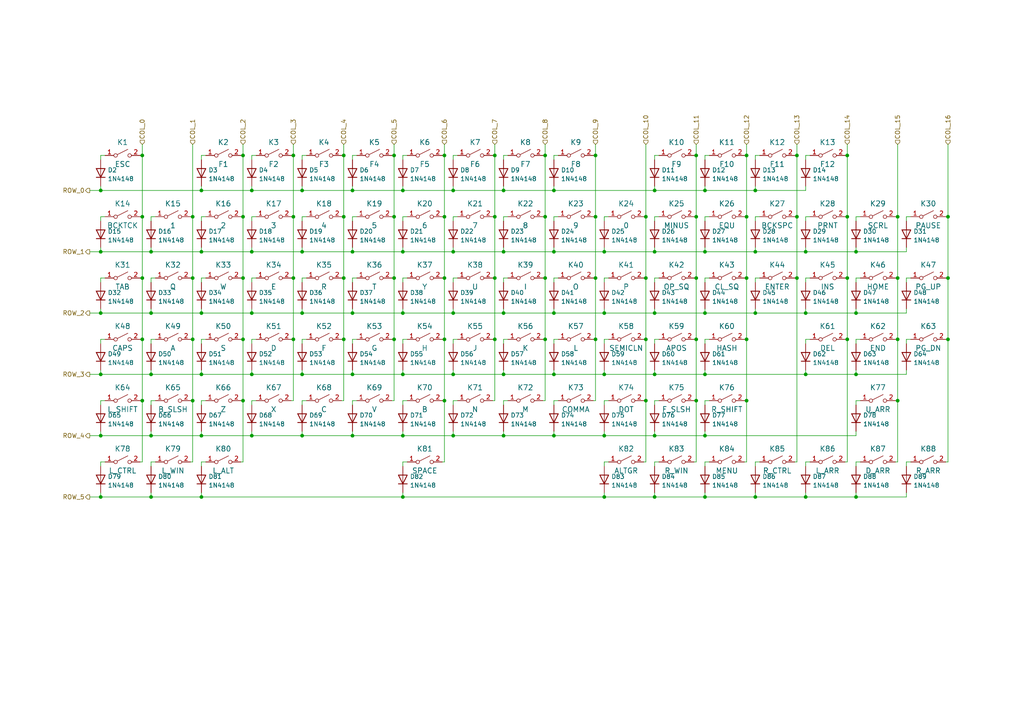
<source format=kicad_sch>
(kicad_sch (version 20231120) (generator "eeschema") (generator_version "8.0")
  (paper "A4")
  (junction (at 189.865 90.805))
  (junction (at 216.535 45.085))
  (junction (at 201.93 116.205))
  (junction (at 158.115 62.865))
  (junction (at 70.485 98.425))
  (junction (at 204.47 126.365))
  (junction (at 189.865 126.365))
  (junction (at 189.865 108.585))
  (junction (at 58.42 55.245))
  (junction (at 128.905 80.645))
  (junction (at 70.485 45.085))
  (junction (at 245.745 45.085))
  (junction (at 43.815 108.585))
  (junction (at 58.42 108.585))
  (junction (at 143.51 80.645))
  (junction (at 146.05 90.805))
  (junction (at 172.72 98.425))
  (junction (at 85.09 62.865))
  (junction (at 73.025 90.805))
  (junction (at 102.235 90.805))
  (junction (at 116.84 126.365))
  (junction (at 146.05 73.025))
  (junction (at 55.88 116.205))
  (junction (at 248.285 90.805))
  (junction (at 131.445 126.365))
  (junction (at 219.075 55.245))
  (junction (at 41.275 45.085))
  (junction (at 233.68 108.585))
  (junction (at 43.815 144.145))
  (junction (at 99.695 45.085))
  (junction (at 233.68 73.025))
  (junction (at 128.905 116.205))
  (junction (at 204.47 144.145))
  (junction (at 87.63 108.585))
  (junction (at 187.325 62.865))
  (junction (at 102.235 55.245))
  (junction (at 245.745 80.645))
  (junction (at 172.72 45.085))
  (junction (at 131.445 55.245))
  (junction (at 43.815 126.365))
  (junction (at 248.285 73.025))
  (junction (at 204.47 55.245))
  (junction (at 41.275 116.205))
  (junction (at 85.09 45.085))
  (junction (at 274.955 80.645))
  (junction (at 260.35 116.205))
  (junction (at 41.275 98.425))
  (junction (at 114.3 45.085))
  (junction (at 172.72 80.645))
  (junction (at 231.14 45.085))
  (junction (at 114.3 62.865))
  (junction (at 160.655 90.805))
  (junction (at 201.93 80.645))
  (junction (at 204.47 108.585))
  (junction (at 175.26 126.365))
  (junction (at 189.865 73.025))
  (junction (at 143.51 62.865))
  (junction (at 201.93 45.085))
  (junction (at 73.025 73.025))
  (junction (at 73.025 55.245))
  (junction (at 29.21 108.585))
  (junction (at 248.285 144.145))
  (junction (at 58.42 144.145))
  (junction (at 102.235 73.025))
  (junction (at 201.93 98.425))
  (junction (at 187.325 80.645))
  (junction (at 219.075 144.145))
  (junction (at 29.21 144.145))
  (junction (at 158.115 98.425))
  (junction (at 216.535 62.865))
  (junction (at 160.655 126.365))
  (junction (at 216.535 116.205))
  (junction (at 189.865 144.145))
  (junction (at 87.63 126.365))
  (junction (at 116.84 55.245))
  (junction (at 204.47 90.805))
  (junction (at 41.275 62.865))
  (junction (at 187.325 98.425))
  (junction (at 175.26 73.025))
  (junction (at 116.84 108.585))
  (junction (at 85.09 98.425))
  (junction (at 58.42 126.365))
  (junction (at 260.35 98.425))
  (junction (at 55.88 80.645))
  (junction (at 143.51 98.425))
  (junction (at 131.445 73.025))
  (junction (at 260.35 62.865))
  (junction (at 55.88 98.425))
  (junction (at 87.63 90.805))
  (junction (at 219.075 90.805))
  (junction (at 248.285 108.585))
  (junction (at 146.05 126.365))
  (junction (at 99.695 80.645))
  (junction (at 55.88 62.865))
  (junction (at 29.21 90.805))
  (junction (at 189.865 55.245))
  (junction (at 87.63 73.025))
  (junction (at 245.745 62.865))
  (junction (at 70.485 80.645))
  (junction (at 102.235 108.585))
  (junction (at 114.3 98.425))
  (junction (at 99.695 62.865))
  (junction (at 146.05 55.245))
  (junction (at 116.84 73.025))
  (junction (at 87.63 55.245))
  (junction (at 99.695 98.425))
  (junction (at 216.535 80.645))
  (junction (at 175.26 90.805))
  (junction (at 70.485 62.865))
  (junction (at 219.075 73.025))
  (junction (at 175.26 144.145))
  (junction (at 29.21 55.245))
  (junction (at 131.445 90.805))
  (junction (at 158.115 45.085))
  (junction (at 102.235 126.365))
  (junction (at 146.05 108.585))
  (junction (at 245.745 98.425))
  (junction (at 85.09 80.645))
  (junction (at 172.72 62.865))
  (junction (at 160.655 55.245))
  (junction (at 233.68 90.805))
  (junction (at 116.84 144.145))
  (junction (at 160.655 108.585))
  (junction (at 114.3 80.645))
  (junction (at 43.815 73.025))
  (junction (at 29.21 126.365))
  (junction (at 116.84 90.805))
  (junction (at 260.35 80.645))
  (junction (at 131.445 108.585))
  (junction (at 274.955 98.425))
  (junction (at 128.905 45.085))
  (junction (at 231.14 80.645))
  (junction (at 41.275 80.645))
  (junction (at 204.47 73.025))
  (junction (at 216.535 98.425))
  (junction (at 158.115 80.645))
  (junction (at 274.955 62.865))
  (junction (at 73.025 108.585))
  (junction (at 58.42 73.025))
  (junction (at 187.325 116.205))
  (junction (at 201.93 62.865))
  (junction (at 233.68 144.145))
  (junction (at 128.905 98.425))
  (junction (at 160.655 73.025))
  (junction (at 175.26 108.585))
  (junction (at 58.42 90.805))
  (junction (at 43.815 90.805))
  (junction (at 128.905 62.865))
  (junction (at 73.025 126.365))
  (junction (at 29.21 73.025))
  (junction (at 231.14 62.865))
  (junction (at 143.51 45.085))
  (junction (at 70.485 116.205))
  (wire (pts (xy 99.695 62.865) (xy 99.695 80.645)))
  (wire (pts (xy 55.245 98.425) (xy 55.88 98.425)))
  (wire (pts (xy 116.84 90.805) (xy 131.445 90.805)))
  (wire (pts (xy 99.695 45.085) (xy 99.695 62.865)))
  (wire (pts (xy 29.21 55.245) (xy 58.42 55.245)))
  (wire (pts (xy 189.865 55.245) (xy 204.47 55.245)))
  (wire (pts (xy 29.21 80.645) (xy 30.48 80.645)))
  (wire (pts (xy 131.445 117.475) (xy 131.445 116.205)))
  (wire (pts (xy 43.815 73.025) (xy 58.42 73.025)))
  (wire (pts (xy 233.68 135.255) (xy 233.68 133.985)))
  (wire (pts (xy 131.445 125.095) (xy 131.445 126.365)))
  (wire (pts (xy 58.42 99.695) (xy 58.42 98.425)))
  (wire (pts (xy 131.445 62.865) (xy 132.715 62.865)))
  (wire (pts (xy 259.715 98.425) (xy 260.35 98.425)))
  (wire (pts (xy 146.05 62.865) (xy 147.32 62.865)))
  (wire (pts (xy 189.865 80.645) (xy 191.135 80.645)))
  (wire (pts (xy 128.905 98.425) (xy 128.905 116.205)))
  (wire (pts (xy 233.68 73.025) (xy 248.285 73.025)))
  (wire (pts (xy 73.025 98.425) (xy 74.295 98.425)))
  (wire (pts (xy 26.035 90.805) (xy 29.21 90.805)))
  (wire (pts (xy 189.865 64.135) (xy 189.865 62.865)))
  (wire (pts (xy 175.26 142.875) (xy 175.26 144.145)))
  (wire (pts (xy 73.025 108.585) (xy 87.63 108.585)))
  (wire (pts (xy 114.3 45.085) (xy 114.3 62.865)))
  (wire (pts (xy 131.445 116.205) (xy 132.715 116.205)))
  (wire (pts (xy 186.69 133.985) (xy 187.325 133.985)))
  (wire (pts (xy 146.05 46.355) (xy 146.05 45.085)))
  (wire (pts (xy 201.295 80.645) (xy 201.93 80.645)))
  (wire (pts (xy 73.025 81.915) (xy 73.025 80.645)))
  (wire (pts (xy 160.655 99.695) (xy 160.655 98.425)))
  (wire (pts (xy 160.655 108.585) (xy 175.26 108.585)))
  (wire (pts (xy 131.445 126.365) (xy 146.05 126.365)))
  (wire (pts (xy 233.68 133.985) (xy 234.95 133.985)))
  (wire (pts (xy 26.035 73.025) (xy 29.21 73.025)))
  (wire (pts (xy 245.11 45.085) (xy 245.745 45.085)))
  (wire (pts (xy 233.68 53.975) (xy 233.68 55.245)))
  (wire (pts (xy 189.865 108.585) (xy 204.47 108.585)))
  (wire (pts (xy 146.05 81.915) (xy 146.05 80.645)))
  (wire (pts (xy 172.72 45.085) (xy 172.72 62.865)))
  (wire (pts (xy 157.48 116.205) (xy 158.115 116.205)))
  (wire (pts (xy 29.21 98.425) (xy 30.48 98.425)))
  (wire (pts (xy 58.42 73.025) (xy 73.025 73.025)))
  (wire (pts (xy 55.88 116.205) (xy 55.245 116.205)))
  (wire (pts (xy 248.285 90.805) (xy 262.89 90.805)))
  (wire (pts (xy 55.88 116.205) (xy 55.88 133.985)))
  (wire (pts (xy 131.445 45.085) (xy 132.715 45.085)))
  (wire (pts (xy 172.72 98.425) (xy 172.72 116.205)))
  (wire (pts (xy 172.085 116.205) (xy 172.72 116.205)))
  (wire (pts (xy 29.21 81.915) (xy 29.21 80.645)))
  (wire (pts (xy 189.865 133.985) (xy 191.135 133.985)))
  (wire (pts (xy 26.035 126.365) (xy 29.21 126.365)))
  (wire (pts (xy 73.025 64.135) (xy 73.025 62.865)))
  (wire (pts (xy 43.815 133.985) (xy 45.085 133.985)))
  (wire (pts (xy 128.905 116.205) (xy 128.27 116.205)))
  (wire (pts (xy 131.445 53.975) (xy 131.445 55.245)))
  (wire (pts (xy 29.21 99.695) (xy 29.21 98.425)))
  (wire (pts (xy 131.445 107.315) (xy 131.445 108.585)))
  (wire (pts (xy 175.26 116.205) (xy 176.53 116.205)))
  (wire (pts (xy 87.63 108.585) (xy 102.235 108.585)))
  (wire (pts (xy 172.085 80.645) (xy 172.72 80.645)))
  (wire (pts (xy 233.68 142.875) (xy 233.68 144.145)))
  (wire (pts (xy 259.715 133.985) (xy 260.35 133.985)))
  (wire (pts (xy 274.955 98.425) (xy 274.955 133.985)))
  (wire (pts (xy 58.42 80.645) (xy 59.69 80.645)))
  (wire (pts (xy 43.815 107.315) (xy 43.815 108.585)))
  (wire (pts (xy 201.93 80.645) (xy 201.93 98.425)))
  (wire (pts (xy 146.05 73.025) (xy 160.655 73.025)))
  (wire (pts (xy 189.865 46.355) (xy 189.865 45.085)))
  (wire (pts (xy 87.63 99.695) (xy 87.63 98.425)))
  (wire (pts (xy 204.47 73.025) (xy 219.075 73.025)))
  (wire (pts (xy 41.275 41.91) (xy 41.275 45.085)))
  (wire (pts (xy 201.295 62.865) (xy 201.93 62.865)))
  (wire (pts (xy 116.84 81.915) (xy 116.84 80.645)))
  (wire (pts (xy 55.88 41.91) (xy 55.88 62.865)))
  (wire (pts (xy 160.655 71.755) (xy 160.655 73.025)))
  (wire (pts (xy 157.48 80.645) (xy 158.115 80.645)))
  (wire (pts (xy 102.235 55.245) (xy 116.84 55.245)))
  (wire (pts (xy 248.285 142.875) (xy 248.285 144.145)))
  (wire (pts (xy 43.815 64.135) (xy 43.815 62.865)))
  (wire (pts (xy 175.26 126.365) (xy 189.865 126.365)))
  (wire (pts (xy 43.815 126.365) (xy 58.42 126.365)))
  (wire (pts (xy 73.025 126.365) (xy 87.63 126.365)))
  (wire (pts (xy 274.32 80.645) (xy 274.955 80.645)))
  (wire (pts (xy 131.445 98.425) (xy 132.715 98.425)))
  (wire (pts (xy 29.21 73.025) (xy 43.815 73.025)))
  (wire (pts (xy 142.875 116.205) (xy 143.51 116.205)))
  (wire (pts (xy 69.85 45.085) (xy 70.485 45.085)))
  (wire (pts (xy 116.84 98.425) (xy 118.11 98.425)))
  (wire (pts (xy 204.47 144.145) (xy 219.075 144.145)))
  (wire (pts (xy 113.665 62.865) (xy 114.3 62.865)))
  (wire (pts (xy 116.84 126.365) (xy 131.445 126.365)))
  (wire (pts (xy 58.42 126.365) (xy 73.025 126.365)))
  (wire (pts (xy 248.285 81.915) (xy 248.285 80.645)))
  (wire (pts (xy 160.655 125.095) (xy 160.655 126.365)))
  (wire (pts (xy 219.075 135.255) (xy 219.075 133.985)))
  (wire (pts (xy 215.9 80.645) (xy 216.535 80.645)))
  (wire (pts (xy 248.285 107.315) (xy 248.285 108.585)))
  (wire (pts (xy 160.655 62.865) (xy 161.925 62.865)))
  (wire (pts (xy 230.505 45.085) (xy 231.14 45.085)))
  (wire (pts (xy 85.09 116.205) (xy 85.09 98.425)))
  (wire (pts (xy 146.05 89.535) (xy 146.05 90.805)))
  (wire (pts (xy 29.21 135.255) (xy 29.21 133.985)))
  (wire (pts (xy 84.455 80.645) (xy 85.09 80.645)))
  (wire (pts (xy 58.42 55.245) (xy 73.025 55.245)))
  (wire (pts (xy 58.42 98.425) (xy 59.69 98.425)))
  (wire (pts (xy 131.445 90.805) (xy 146.05 90.805)))
  (wire (pts (xy 204.47 126.365) (xy 248.285 126.365)))
  (wire (pts (xy 201.295 133.985) (xy 201.93 133.985)))
  (wire (pts (xy 116.84 55.245) (xy 131.445 55.245)))
  (wire (pts (xy 157.48 62.865) (xy 158.115 62.865)))
  (wire (pts (xy 204.47 135.255) (xy 204.47 133.985)))
  (wire (pts (xy 219.075 62.865) (xy 220.345 62.865)))
  (wire (pts (xy 146.05 98.425) (xy 147.32 98.425)))
  (wire (pts (xy 58.42 144.145) (xy 116.84 144.145)))
  (wire (pts (xy 216.535 62.865) (xy 216.535 80.645)))
  (wire (pts (xy 233.68 71.755) (xy 233.68 73.025)))
  (wire (pts (xy 160.655 90.805) (xy 175.26 90.805)))
  (wire (pts (xy 233.68 90.805) (xy 248.285 90.805)))
  (wire (pts (xy 41.275 80.645) (xy 41.275 98.425)))
  (wire (pts (xy 128.27 133.985) (xy 128.905 133.985)))
  (wire (pts (xy 219.075 73.025) (xy 233.68 73.025)))
  (wire (pts (xy 160.655 55.245) (xy 189.865 55.245)))
  (wire (pts (xy 219.075 55.245) (xy 233.68 55.245)))
  (wire (pts (xy 102.235 71.755) (xy 102.235 73.025)))
  (wire (pts (xy 245.11 62.865) (xy 245.745 62.865)))
  (wire (pts (xy 189.865 142.875) (xy 189.865 144.145)))
  (wire (pts (xy 69.85 116.205) (xy 70.485 116.205)))
  (wire (pts (xy 128.905 41.91) (xy 128.905 45.085)))
  (wire (pts (xy 245.745 62.865) (xy 245.745 80.645)))
  (wire (pts (xy 158.115 98.425) (xy 158.115 116.205)))
  (wire (pts (xy 160.655 116.205) (xy 161.925 116.205)))
  (wire (pts (xy 70.485 41.91) (xy 70.485 45.085)))
  (wire (pts (xy 233.68 89.535) (xy 233.68 90.805)))
  (wire (pts (xy 274.32 62.865) (xy 274.955 62.865)))
  (wire (pts (xy 219.075 45.085) (xy 220.345 45.085)))
  (wire (pts (xy 73.025 73.025) (xy 87.63 73.025)))
  (wire (pts (xy 216.535 133.985) (xy 216.535 116.205)))
  (wire (pts (xy 158.115 41.91) (xy 158.115 45.085)))
  (wire (pts (xy 99.06 116.205) (xy 99.695 116.205)))
  (wire (pts (xy 87.63 62.865) (xy 88.9 62.865)))
  (wire (pts (xy 274.32 133.985) (xy 274.955 133.985)))
  (wire (pts (xy 116.84 144.145) (xy 175.26 144.145)))
  (wire (pts (xy 172.085 62.865) (xy 172.72 62.865)))
  (wire (pts (xy 204.47 46.355) (xy 204.47 45.085)))
  (wire (pts (xy 29.21 62.865) (xy 30.48 62.865)))
  (wire (pts (xy 55.245 133.985) (xy 55.88 133.985)))
  (wire (pts (xy 248.285 144.145) (xy 262.89 144.145)))
  (wire (pts (xy 248.285 125.095) (xy 248.285 126.365)))
  (wire (pts (xy 58.42 125.095) (xy 58.42 126.365)))
  (wire (pts (xy 87.63 117.475) (xy 87.63 116.205)))
  (wire (pts (xy 73.025 125.095) (xy 73.025 126.365)))
  (wire (pts (xy 146.05 117.475) (xy 146.05 116.205)))
  (wire (pts (xy 245.11 80.645) (xy 245.745 80.645)))
  (wire (pts (xy 70.485 98.425) (xy 69.85 98.425)))
  (wire (pts (xy 219.075 142.875) (xy 219.075 144.145)))
  (wire (pts (xy 160.655 46.355) (xy 160.655 45.085)))
  (wire (pts (xy 233.68 107.315) (xy 233.68 108.585)))
  (wire (pts (xy 73.025 62.865) (xy 74.295 62.865)))
  (wire (pts (xy 43.815 116.205) (xy 45.085 116.205)))
  (wire (pts (xy 102.235 107.315) (xy 102.235 108.585)))
  (wire (pts (xy 87.63 80.645) (xy 88.9 80.645)))
  (wire (pts (xy 189.865 99.695) (xy 189.865 98.425)))
  (wire (pts (xy 29.21 116.205) (xy 30.48 116.205)))
  (wire (pts (xy 85.09 45.085) (xy 85.09 62.865)))
  (wire (pts (xy 233.68 45.085) (xy 234.95 45.085)))
  (wire (pts (xy 233.68 99.695) (xy 233.68 98.425)))
  (wire (pts (xy 175.26 135.255) (xy 175.26 133.985)))
  (wire (pts (xy 116.84 80.645) (xy 118.11 80.645)))
  (wire (pts (xy 245.745 45.085) (xy 245.745 62.865)))
  (wire (pts (xy 204.47 107.315) (xy 204.47 108.585)))
  (wire (pts (xy 29.21 89.535) (xy 29.21 90.805)))
  (wire (pts (xy 262.89 98.425) (xy 264.16 98.425)))
  (wire (pts (xy 175.26 125.095) (xy 175.26 126.365)))
  (wire (pts (xy 146.05 71.755) (xy 146.05 73.025)))
  (wire (pts (xy 58.42 90.805) (xy 73.025 90.805)))
  (wire (pts (xy 219.075 71.755) (xy 219.075 73.025)))
  (wire (pts (xy 260.35 62.865) (xy 260.35 80.645)))
  (wire (pts (xy 87.63 55.245) (xy 102.235 55.245)))
  (wire (pts (xy 245.745 41.91) (xy 245.745 45.085)))
  (wire (pts (xy 175.26 90.805) (xy 189.865 90.805)))
  (wire (pts (xy 43.815 98.425) (xy 45.085 98.425)))
  (wire (pts (xy 189.865 62.865) (xy 191.135 62.865)))
  (wire (pts (xy 219.075 64.135) (xy 219.075 62.865)))
  (wire (pts (xy 102.235 116.205) (xy 103.505 116.205)))
  (wire (pts (xy 131.445 80.645) (xy 132.715 80.645)))
  (wire (pts (xy 102.235 53.975) (xy 102.235 55.245)))
  (wire (pts (xy 116.84 125.095) (xy 116.84 126.365)))
  (wire (pts (xy 187.325 98.425) (xy 187.325 116.205)))
  (wire (pts (xy 102.235 117.475) (xy 102.235 116.205)))
  (wire (pts (xy 142.875 45.085) (xy 143.51 45.085)))
  (wire (pts (xy 231.14 41.91) (xy 231.14 45.085)))
  (wire (pts (xy 43.815 125.095) (xy 43.815 126.365)))
  (wire (pts (xy 248.285 108.585) (xy 262.89 108.585)))
  (wire (pts (xy 55.245 80.645) (xy 55.88 80.645)))
  (wire (pts (xy 201.93 45.085) (xy 201.93 62.865)))
  (wire (pts (xy 128.905 133.985) (xy 128.905 116.205)))
  (wire (pts (xy 245.11 98.425) (xy 245.745 98.425)))
  (wire (pts (xy 172.72 62.865) (xy 172.72 80.645)))
  (wire (pts (xy 58.42 117.475) (xy 58.42 116.205)))
  (wire (pts (xy 187.325 62.865) (xy 187.325 80.645)))
  (wire (pts (xy 114.3 80.645) (xy 114.3 98.425)))
  (wire (pts (xy 274.32 98.425) (xy 274.955 98.425)))
  (wire (pts (xy 29.21 126.365) (xy 43.815 126.365)))
  (wire (pts (xy 85.09 98.425) (xy 84.455 98.425)))
  (wire (pts (xy 248.285 62.865) (xy 249.555 62.865)))
  (wire (pts (xy 58.42 62.865) (xy 59.69 62.865)))
  (wire (pts (xy 158.115 62.865) (xy 158.115 80.645)))
  (wire (pts (xy 102.235 126.365) (xy 116.84 126.365)))
  (wire (pts (xy 58.42 108.585) (xy 73.025 108.585)))
  (wire (pts (xy 85.09 41.91) (xy 85.09 45.085)))
  (wire (pts (xy 146.05 90.805) (xy 160.655 90.805)))
  (wire (pts (xy 189.865 125.095) (xy 189.865 126.365)))
  (wire (pts (xy 43.815 108.585) (xy 58.42 108.585)))
  (wire (pts (xy 29.21 144.145) (xy 43.815 144.145)))
  (wire (pts (xy 172.085 98.425) (xy 172.72 98.425)))
  (wire (pts (xy 142.875 98.425) (xy 143.51 98.425)))
  (wire (pts (xy 87.63 125.095) (xy 87.63 126.365)))
  (wire (pts (xy 29.21 125.095) (xy 29.21 126.365)))
  (wire (pts (xy 116.84 46.355) (xy 116.84 45.085)))
  (wire (pts (xy 113.665 98.425) (xy 114.3 98.425)))
  (wire (pts (xy 204.47 45.085) (xy 205.74 45.085)))
  (wire (pts (xy 233.68 62.865) (xy 234.95 62.865)))
  (wire (pts (xy 160.655 107.315) (xy 160.655 108.585)))
  (wire (pts (xy 113.665 80.645) (xy 114.3 80.645)))
  (wire (pts (xy 143.51 41.91) (xy 143.51 45.085)))
  (wire (pts (xy 175.26 144.145) (xy 189.865 144.145)))
  (wire (pts (xy 231.14 80.645) (xy 231.14 133.985)))
  (wire (pts (xy 131.445 108.585) (xy 146.05 108.585)))
  (wire (pts (xy 41.275 80.645) (xy 41.275 62.865)))
  (wire (pts (xy 116.84 89.535) (xy 116.84 90.805)))
  (wire (pts (xy 43.815 81.915) (xy 43.815 80.645)))
  (wire (pts (xy 233.68 80.645) (xy 234.95 80.645)))
  (wire (pts (xy 175.26 71.755) (xy 175.26 73.025)))
  (wire (pts (xy 102.235 62.865) (xy 103.505 62.865)))
  (wire (pts (xy 175.26 81.915) (xy 175.26 80.645)))
  (wire (pts (xy 274.955 41.91) (xy 274.955 62.865)))
  (wire (pts (xy 58.42 46.355) (xy 58.42 45.085)))
  (wire (pts (xy 216.535 98.425) (xy 216.535 116.205)))
  (wire (pts (xy 262.89 107.315) (xy 262.89 108.585)))
  (wire (pts (xy 146.05 116.205) (xy 147.32 116.205)))
  (wire (pts (xy 204.47 90.805) (xy 219.075 90.805)))
  (wire (pts (xy 114.3 62.865) (xy 114.3 80.645)))
  (wire (pts (xy 146.05 53.975) (xy 146.05 55.245)))
  (wire (pts (xy 204.47 89.535) (xy 204.47 90.805)))
  (wire (pts (xy 131.445 81.915) (xy 131.445 80.645)))
  (wire (pts (xy 43.815 62.865) (xy 45.085 62.865)))
  (wire (pts (xy 128.905 45.085) (xy 128.905 62.865)))
  (wire (pts (xy 230.505 80.645) (xy 231.14 80.645)))
  (wire (pts (xy 219.075 81.915) (xy 219.075 80.645)))
  (wire (pts (xy 87.63 107.315) (xy 87.63 108.585)))
  (wire (pts (xy 248.285 99.695) (xy 248.285 98.425)))
  (wire (pts (xy 131.445 71.755) (xy 131.445 73.025)))
  (wire (pts (xy 175.26 99.695) (xy 175.26 98.425)))
  (wire (pts (xy 58.42 142.875) (xy 58.42 144.145)))
  (wire (pts (xy 29.21 53.975) (xy 29.21 55.245)))
  (wire (pts (xy 41.275 98.425) (xy 41.275 116.205)))
  (wire (pts (xy 204.47 116.205) (xy 205.74 116.205)))
  (wire (pts (xy 160.655 80.645) (xy 161.925 80.645)))
  (wire (pts (xy 189.865 126.365) (xy 204.47 126.365)))
  (wire (pts (xy 146.05 64.135) (xy 146.05 62.865)))
  (wire (pts (xy 43.815 89.535) (xy 43.815 90.805)))
  (wire (pts (xy 201.93 116.205) (xy 201.295 116.205)))
  (wire (pts (xy 204.47 64.135) (xy 204.47 62.865)))
  (wire (pts (xy 262.89 89.535) (xy 262.89 90.805)))
  (wire (pts (xy 201.93 41.91) (xy 201.93 45.085)))
  (wire (pts (xy 143.51 62.865) (xy 143.51 80.645)))
  (wire (pts (xy 87.63 81.915) (xy 87.63 80.645)))
  (wire (pts (xy 29.21 133.985) (xy 30.48 133.985)))
  (wire (pts (xy 262.89 71.755) (xy 262.89 73.025)))
  (wire (pts (xy 219.075 133.985) (xy 220.345 133.985)))
  (wire (pts (xy 116.84 53.975) (xy 116.84 55.245)))
  (wire (pts (xy 87.63 53.975) (xy 87.63 55.245)))
  (wire (pts (xy 230.505 62.865) (xy 231.14 62.865)))
  (wire (pts (xy 116.84 62.865) (xy 118.11 62.865)))
  (wire (pts (xy 41.275 62.865) (xy 40.64 62.865)))
  (wire (pts (xy 116.84 45.085) (xy 118.11 45.085)))
  (wire (pts (xy 186.69 62.865) (xy 187.325 62.865)))
  (wire (pts (xy 189.865 98.425) (xy 191.135 98.425)))
  (wire (pts (xy 204.47 125.095) (xy 204.47 126.365)))
  (wire (pts (xy 260.35 98.425) (xy 260.35 116.205)))
  (wire (pts (xy 204.47 142.875) (xy 204.47 144.145)))
  (wire (pts (xy 204.47 108.585) (xy 233.68 108.585)))
  (wire (pts (xy 87.63 73.025) (xy 102.235 73.025)))
  (wire (pts (xy 99.695 80.645) (xy 99.695 98.425)))
  (wire (pts (xy 102.235 45.085) (xy 103.505 45.085)))
  (wire (pts (xy 73.025 107.315) (xy 73.025 108.585)))
  (wire (pts (xy 55.88 80.645) (xy 55.88 98.425)))
  (wire (pts (xy 102.235 125.095) (xy 102.235 126.365)))
  (wire (pts (xy 262.89 133.985) (xy 264.16 133.985)))
  (wire (pts (xy 215.9 62.865) (xy 216.535 62.865)))
  (wire (pts (xy 84.455 62.865) (xy 85.09 62.865)))
  (wire (pts (xy 146.05 125.095) (xy 146.05 126.365)))
  (wire (pts (xy 175.26 117.475) (xy 175.26 116.205)))
  (wire (pts (xy 262.89 99.695) (xy 262.89 98.425)))
  (wire (pts (xy 99.695 41.91) (xy 99.695 45.085)))
  (wire (pts (xy 131.445 99.695) (xy 131.445 98.425)))
  (wire (pts (xy 26.035 144.145) (xy 29.21 144.145)))
  (wire (pts (xy 187.325 116.205) (xy 187.325 133.985)))
  (wire (pts (xy 131.445 46.355) (xy 131.445 45.085)))
  (wire (pts (xy 114.3 116.205) (xy 114.3 98.425)))
  (wire (pts (xy 43.815 71.755) (xy 43.815 73.025)))
  (wire (pts (xy 113.665 45.085) (xy 114.3 45.085)))
  (wire (pts (xy 116.84 117.475) (xy 116.84 116.205)))
  (wire (pts (xy 204.47 53.975) (xy 204.47 55.245)))
  (wire (pts (xy 175.26 62.865) (xy 176.53 62.865)))
  (wire (pts (xy 204.47 71.755) (xy 204.47 73.025)))
  (wire (pts (xy 172.085 45.085) (xy 172.72 45.085)))
  (wire (pts (xy 116.84 73.025) (xy 131.445 73.025)))
  (wire (pts (xy 85.09 80.645) (xy 85.09 98.425)))
  (wire (pts (xy 142.875 80.645) (xy 143.51 80.645)))
  (wire (pts (xy 29.21 64.135) (xy 29.21 62.865)))
  (wire (pts (xy 58.42 81.915) (xy 58.42 80.645)))
  (wire (pts (xy 58.42 116.205) (xy 59.69 116.205)))
  (wire (pts (xy 73.025 89.535) (xy 73.025 90.805)))
  (wire (pts (xy 73.025 55.245) (xy 87.63 55.245)))
  (wire (pts (xy 43.815 144.145) (xy 58.42 144.145)))
  (wire (pts (xy 146.05 55.245) (xy 160.655 55.245)))
  (wire (pts (xy 201.295 98.425) (xy 201.93 98.425)))
  (wire (pts (xy 87.63 46.355) (xy 87.63 45.085)))
  (wire (pts (xy 43.815 117.475) (xy 43.815 116.205)))
  (wire (pts (xy 274.955 62.865) (xy 274.955 80.645)))
  (wire (pts (xy 116.84 116.205) (xy 118.11 116.205)))
  (wire (pts (xy 87.63 98.425) (xy 88.9 98.425)))
  (wire (pts (xy 99.06 45.085) (xy 99.695 45.085)))
  (wire (pts (xy 55.88 62.865) (xy 55.88 80.645)))
  (wire (pts (xy 87.63 64.135) (xy 87.63 62.865)))
  (wire (pts (xy 158.115 80.645) (xy 158.115 98.425)))
  (wire (pts (xy 73.025 117.475) (xy 73.025 116.205)))
  (wire (pts (xy 175.26 80.645) (xy 176.53 80.645)))
  (wire (pts (xy 230.505 133.985) (xy 231.14 133.985)))
  (wire (pts (xy 175.26 133.985) (xy 176.53 133.985)))
  (wire (pts (xy 248.285 80.645) (xy 249.555 80.645)))
  (wire (pts (xy 58.42 45.085) (xy 59.69 45.085)))
  (wire (pts (xy 29.21 108.585) (xy 43.815 108.585)))
  (wire (pts (xy 260.35 116.205) (xy 260.35 133.985)))
  (wire (pts (xy 260.35 80.645) (xy 260.35 98.425)))
  (wire (pts (xy 29.21 45.085) (xy 30.48 45.085)))
  (wire (pts (xy 87.63 71.755) (xy 87.63 73.025)))
  (wire (pts (xy 189.865 90.805) (xy 204.47 90.805)))
  (wire (pts (xy 73.025 46.355) (xy 73.025 45.085)))
  (wire (pts (xy 131.445 64.135) (xy 131.445 62.865)))
  (wire (pts (xy 189.865 89.535) (xy 189.865 90.805)))
  (wire (pts (xy 113.665 116.205) (xy 114.3 116.205)))
  (wire (pts (xy 41.275 116.205) (xy 41.275 133.985)))
  (wire (pts (xy 43.815 99.695) (xy 43.815 98.425)))
  (wire (pts (xy 248.285 98.425) (xy 249.555 98.425)))
  (wire (pts (xy 116.84 99.695) (xy 116.84 98.425)))
  (wire (pts (xy 146.05 108.585) (xy 160.655 108.585)))
  (wire (pts (xy 40.64 80.645) (xy 41.275 80.645)))
  (wire (pts (xy 219.075 144.145) (xy 233.68 144.145)))
  (wire (pts (xy 248.285 73.025) (xy 262.89 73.025)))
  (wire (pts (xy 189.865 71.755) (xy 189.865 73.025)))
  (wire (pts (xy 40.64 98.425) (xy 41.275 98.425)))
  (wire (pts (xy 143.51 98.425) (xy 143.51 116.205)))
  (wire (pts (xy 189.865 81.915) (xy 189.865 80.645)))
  (wire (pts (xy 43.815 142.875) (xy 43.815 144.145)))
  (wire (pts (xy 216.535 116.205) (xy 215.9 116.205)))
  (wire (pts (xy 58.42 135.255) (xy 58.42 133.985)))
  (wire (pts (xy 58.42 53.975) (xy 58.42 55.245)))
  (wire (pts (xy 73.025 53.975) (xy 73.025 55.245)))
  (wire (pts (xy 262.89 80.645) (xy 264.16 80.645)))
  (wire (pts (xy 245.11 133.985) (xy 245.745 133.985)))
  (wire (pts (xy 128.27 98.425) (xy 128.905 98.425)))
  (wire (pts (xy 245.745 80.645) (xy 245.745 98.425)))
  (wire (pts (xy 158.115 45.085) (xy 158.115 62.865)))
  (wire (pts (xy 245.745 98.425) (xy 245.745 133.985)))
  (wire (pts (xy 69.85 62.865) (xy 70.485 62.865)))
  (wire (pts (xy 58.42 64.135) (xy 58.42 62.865)))
  (wire (pts (xy 248.285 71.755) (xy 248.285 73.025)))
  (wire (pts (xy 73.025 116.205) (xy 74.295 116.205)))
  (wire (pts (xy 40.64 133.985) (xy 41.275 133.985)))
  (wire (pts (xy 186.69 80.645) (xy 187.325 80.645)))
  (wire (pts (xy 248.285 133.985) (xy 249.555 133.985)))
  (wire (pts (xy 116.84 107.315) (xy 116.84 108.585)))
  (wire (pts (xy 73.025 90.805) (xy 87.63 90.805)))
  (wire (pts (xy 102.235 89.535) (xy 102.235 90.805)))
  (wire (pts (xy 189.865 45.085) (xy 191.135 45.085)))
  (wire (pts (xy 146.05 126.365) (xy 160.655 126.365)))
  (wire (pts (xy 58.42 71.755) (xy 58.42 73.025)))
  (wire (pts (xy 160.655 81.915) (xy 160.655 80.645)))
  (wire (pts (xy 70.485 116.205) (xy 70.485 133.985)))
  (wire (pts (xy 29.21 46.355) (xy 29.21 45.085)))
  (wire (pts (xy 102.235 90.805) (xy 116.84 90.805)))
  (wire (pts (xy 58.42 89.535) (xy 58.42 90.805)))
  (wire (pts (xy 204.47 98.425) (xy 205.74 98.425)))
  (wire (pts (xy 189.865 107.315) (xy 189.865 108.585)))
  (wire (pts (xy 55.245 62.865) (xy 55.88 62.865)))
  (wire (pts (xy 219.075 46.355) (xy 219.075 45.085)))
  (wire (pts (xy 29.21 107.315) (xy 29.21 108.585)))
  (wire (pts (xy 175.26 98.425) (xy 176.53 98.425)))
  (wire (pts (xy 204.47 62.865) (xy 205.74 62.865)))
  (wire (pts (xy 114.3 41.91) (xy 114.3 45.085)))
  (wire (pts (xy 233.68 81.915) (xy 233.68 80.645)))
  (wire (pts (xy 233.68 46.355) (xy 233.68 45.085)))
  (wire (pts (xy 233.68 108.585) (xy 248.285 108.585)))
  (wire (pts (xy 131.445 73.025) (xy 146.05 73.025)))
  (wire (pts (xy 160.655 45.085) (xy 161.925 45.085)))
  (wire (pts (xy 26.035 108.585) (xy 29.21 108.585)))
  (wire (pts (xy 274.955 80.645) (xy 274.955 98.425)))
  (wire (pts (xy 160.655 117.475) (xy 160.655 116.205)))
  (wire (pts (xy 146.05 107.315) (xy 146.05 108.585)))
  (wire (pts (xy 116.84 133.985) (xy 118.11 133.985)))
  (wire (pts (xy 69.85 133.985) (xy 70.485 133.985)))
  (wire (pts (xy 175.26 107.315) (xy 175.26 108.585)))
  (wire (pts (xy 259.715 80.645) (xy 260.35 80.645)))
  (wire (pts (xy 102.235 81.915) (xy 102.235 80.645)))
  (wire (pts (xy 215.9 133.985) (xy 216.535 133.985)))
  (wire (pts (xy 189.865 73.025) (xy 204.47 73.025)))
  (wire (pts (xy 40.64 45.085) (xy 41.275 45.085)))
  (wire (pts (xy 143.51 80.645) (xy 143.51 98.425)))
  (wire (pts (xy 216.535 41.91) (xy 216.535 45.085)))
  (wire (pts (xy 116.84 135.255) (xy 116.84 133.985)))
  (wire (pts (xy 99.06 62.865) (xy 99.695 62.865)))
  (wire (pts (xy 262.89 64.135) (xy 262.89 62.865)))
  (wire (pts (xy 172.72 80.645) (xy 172.72 98.425)))
  (wire (pts (xy 157.48 45.085) (xy 158.115 45.085)))
  (wire (pts (xy 87.63 45.085) (xy 88.9 45.085)))
  (wire (pts (xy 201.295 45.085) (xy 201.93 45.085)))
  (wire (pts (xy 233.68 98.425) (xy 234.95 98.425)))
  (wire (pts (xy 248.285 64.135) (xy 248.285 62.865)))
  (wire (pts (xy 29.21 71.755) (xy 29.21 73.025)))
  (wire (pts (xy 85.09 62.865) (xy 85.09 80.645)))
  (wire (pts (xy 102.235 108.585) (xy 116.84 108.585)))
  (wire (pts (xy 131.445 89.535) (xy 131.445 90.805)))
  (wire (pts (xy 187.325 41.91) (xy 187.325 62.865)))
  (wire (pts (xy 58.42 107.315) (xy 58.42 108.585)))
  (wire (pts (xy 73.025 71.755) (xy 73.025 73.025)))
  (wire (pts (xy 219.075 80.645) (xy 220.345 80.645)))
  (wire (pts (xy 219.075 90.805) (xy 233.68 90.805)))
  (wire (pts (xy 201.93 98.425) (xy 201.93 116.205)))
  (wire (pts (xy 131.445 55.245) (xy 146.05 55.245)))
  (wire (pts (xy 233.68 144.145) (xy 248.285 144.145)))
  (wire (pts (xy 216.535 45.085) (xy 216.535 62.865)))
  (wire (pts (xy 69.85 80.645) (xy 70.485 80.645)))
  (wire (pts (xy 157.48 98.425) (xy 158.115 98.425)))
  (wire (pts (xy 41.275 45.085) (xy 41.275 62.865)))
  (wire (pts (xy 26.035 55.245) (xy 29.21 55.245)))
  (wire (pts (xy 160.655 64.135) (xy 160.655 62.865)))
  (wire (pts (xy 70.485 80.645) (xy 70.485 98.425)))
  (wire (pts (xy 40.64 116.205) (xy 41.275 116.205)))
  (wire (pts (xy 160.655 126.365) (xy 175.26 126.365)))
  (wire (pts (xy 116.84 64.135) (xy 116.84 62.865)))
  (wire (pts (xy 233.68 64.135) (xy 233.68 62.865)))
  (wire (pts (xy 160.655 89.535) (xy 160.655 90.805)))
  (wire (pts (xy 84.455 45.085) (xy 85.09 45.085)))
  (wire (pts (xy 70.485 62.865) (xy 70.485 80.645)))
  (wire (pts (xy 189.865 135.255) (xy 189.865 133.985)))
  (wire (pts (xy 189.865 53.975) (xy 189.865 55.245)))
  (wire (pts (xy 262.89 62.865) (xy 264.16 62.865)))
  (wire (pts (xy 87.63 116.205) (xy 88.9 116.205)))
  (wire (pts (xy 102.235 64.135) (xy 102.235 62.865)))
  (wire (pts (xy 204.47 133.985) (xy 205.74 133.985)))
  (wire (pts (xy 189.865 117.475) (xy 189.865 116.205)))
  (wire (pts (xy 58.42 133.985) (xy 59.69 133.985)))
  (wire (pts (xy 55.88 98.425) (xy 55.88 116.205)))
  (wire (pts (xy 219.075 89.535) (xy 219.075 90.805)))
  (wire (pts (xy 175.26 108.585) (xy 189.865 108.585)))
  (wire (pts (xy 204.47 55.245) (xy 219.075 55.245)))
  (wire (pts (xy 187.325 80.645) (xy 187.325 98.425)))
  (wire (pts (xy 128.27 62.865) (xy 128.905 62.865)))
  (wire (pts (xy 29.21 90.805) (xy 43.815 90.805)))
  (wire (pts (xy 262.89 135.255) (xy 262.89 133.985)))
  (wire (pts (xy 102.235 80.645) (xy 103.505 80.645)))
  (wire (pts (xy 84.455 116.205) (xy 85.09 116.205)))
  (wire (pts (xy 99.695 116.205) (xy 99.695 98.425)))
  (wire (pts (xy 186.69 98.425) (xy 187.325 98.425)))
  (wire (pts (xy 73.025 80.645) (xy 74.295 80.645)))
  (wire (pts (xy 201.93 62.865) (xy 201.93 80.645)))
  (wire (pts (xy 215.9 98.425) (xy 216.535 98.425)))
  (wire (pts (xy 204.47 117.475) (xy 204.47 116.205)))
  (wire (pts (xy 29.21 117.475) (xy 29.21 116.205)))
  (wire (pts (xy 189.865 116.205) (xy 191.135 116.205)))
  (wire (pts (xy 102.235 98.425) (xy 103.505 98.425)))
  (wire (pts (xy 146.05 80.645) (xy 147.32 80.645)))
  (wire (pts (xy 116.84 108.585) (xy 131.445 108.585)))
  (wire (pts (xy 102.235 46.355) (xy 102.235 45.085)))
  (wire (pts (xy 73.025 99.695) (xy 73.025 98.425)))
  (wire (pts (xy 216.535 80.645) (xy 216.535 98.425)))
  (wire (pts (xy 102.235 73.025) (xy 116.84 73.025)))
  (wire (pts (xy 175.26 89.535) (xy 175.26 90.805)))
  (wire (pts (xy 43.815 90.805) (xy 58.42 90.805)))
  (wire (pts (xy 175.26 73.025) (xy 189.865 73.025)))
  (wire (pts (xy 262.89 81.915) (xy 262.89 80.645)))
  (wire (pts (xy 128.27 45.085) (xy 128.905 45.085)))
  (wire (pts (xy 70.485 116.205) (xy 70.485 98.425)))
  (wire (pts (xy 248.285 89.535) (xy 248.285 90.805)))
  (wire (pts (xy 87.63 89.535) (xy 87.63 90.805)))
  (wire (pts (xy 116.84 142.875) (xy 116.84 144.145)))
  (wire (pts (xy 260.35 116.205) (xy 259.715 116.205)))
  (wire (pts (xy 175.26 64.135) (xy 175.26 62.865)))
  (wire (pts (xy 231.14 62.865) (xy 231.14 80.645)))
  (wire (pts (xy 43.815 135.255) (xy 43.815 133.985)))
  (wire (pts (xy 99.695 98.425) (xy 99.06 98.425)))
  (wire (pts (xy 99.06 80.645) (xy 99.695 80.645)))
  (wire (pts (xy 248.285 135.255) (xy 248.285 133.985)))
  (wire (pts (xy 231.14 45.085) (xy 231.14 62.865)))
  (wire (pts (xy 260.35 41.91) (xy 260.35 62.865)))
  (wire (pts (xy 70.485 45.085) (xy 70.485 62.865)))
  (wire (pts (xy 189.865 144.145) (xy 204.47 144.145)))
  (wire (pts (xy 73.025 45.085) (xy 74.295 45.085)))
  (wire (pts (xy 102.235 99.695) (xy 102.235 98.425)))
  (wire (pts (xy 204.47 81.915) (xy 204.47 80.645)))
  (wire (pts (xy 204.47 99.695) (xy 204.47 98.425)))
  (wire (pts (xy 160.655 53.975) (xy 160.655 55.245)))
  (wire (pts (xy 146.05 99.695) (xy 146.05 98.425)))
  (wire (pts (xy 172.72 41.91) (xy 172.72 45.085)))
  (wire (pts (xy 219.075 53.975) (xy 219.075 55.245)))
  (wire (pts (xy 146.05 45.085) (xy 147.32 45.085)))
  (wire (pts (xy 201.93 133.985) (xy 201.93 116.205)))
  (wire (pts (xy 128.905 62.865) (xy 128.905 80.645)))
  (wire (pts (xy 29.21 142.875) (xy 29.21 144.145)))
  (wire (pts (xy 160.655 73.025) (xy 175.26 73.025)))
  (wire (pts (xy 215.9 45.085) (xy 216.535 45.085)))
  (wire (pts (xy 142.875 62.865) (xy 143.51 62.865)))
  (wire (pts (xy 116.84 71.755) (xy 116.84 73.025)))
  (wire (pts (xy 187.325 116.205) (xy 186.69 116.205)))
  (wire (pts (xy 259.715 62.865) (xy 260.35 62.865)))
  (wire (pts (xy 87.63 90.805) (xy 102.235 90.805)))
  (wire (pts (xy 128.27 80.645) (xy 128.905 80.645)))
  (wire (pts (xy 204.47 80.645) (xy 205.74 80.645)))
  (wire (pts (xy 248.285 117.475) (xy 248.285 116.205)))
  (wire (pts (xy 128.905 80.645) (xy 128.905 98.425)))
  (wire (pts (xy 143.51 45.085) (xy 143.51 62.865)))
  (wire (pts (xy 262.89 142.875) (xy 262.89 144.145)))
  (wire (pts (xy 248.285 116.205) (xy 249.555 116.205)))
  (wire (pts (xy 43.815 80.645) (xy 45.085 80.645)))
  (wire (pts (xy 87.63 126.365) (xy 102.235 126.365)))
  (wire (pts (xy 160.655 98.425) (xy 161.925 98.425)))
  (hierarchical_label "COL_15" (shape input) (at 260.35 41.91 90))
  (hierarchical_label "ROW_5" (shape output) (at 26.035 144.145 180))
  (hierarchical_label "COL_11" (shape input) (at 201.93 41.91 90))
  (hierarchical_label "COL_5" (shape input) (at 114.3 41.91 90))
  (hierarchical_label "COL_4" (shape input) (at 99.695 41.91 90))
  (hierarchical_label "COL_1" (shape input) (at 55.88 41.91 90))
  (hierarchical_label "COL_13" (shape input) (at 231.14 41.91 90))
  (hierarchical_label "COL_16" (shape input) (at 274.955 41.91 90))
  (hierarchical_label "COL_12" (shape input) (at 216.535 41.91 90))
  (hierarchical_label "COL_3" (shape input) (at 85.09 41.91 90))
  (hierarchical_label "COL_10" (shape input) (at 187.325 41.91 90))
  (hierarchical_label "COL_7" (shape input) (at 143.51 41.91 90))
  (hierarchical_label "COL_8" (shape input) (at 158.115 41.91 90))
  (hierarchical_label "COL_14" (shape input) (at 245.745 41.91 90))
  (hierarchical_label "ROW_0" (shape output) (at 26.035 55.245 180))
  (hierarchical_label "COL_9" (shape input) (at 172.72 41.91 90))
  (hierarchical_label "ROW_1" (shape output) (at 26.035 73.025 180))
  (hierarchical_label "ROW_4" (shape output) (at 26.035 126.365 180))
  (hierarchical_label "ROW_2" (shape output) (at 26.035 90.805 180))
  (hierarchical_label "COL_2" (shape input) (at 70.485 41.91 90))
  (hierarchical_label "COL_6" (shape input) (at 128.905 41.91 90))
  (hierarchical_label "COL_0" (shape input) (at 41.275 41.91 90))
  (hierarchical_label "ROW_3" (shape output) (at 26.035 108.585 180))
  (symbol (lib_id "Switch:SW_SPST") (at 196.215 45.085 0) (unit 1)
    (property "Reference" "K10" (at 196.215 41.275 0) (effects (font (size 1.524 1.524))))
    (property "Value" "F9" (at 196.215 47.625 0) (effects (font (size 1.524 1.524))))
    (property "Footprint" "Custom:SW_Cherry_MX_1.00u_PCB" (effects (hide yes)))
  )
  (symbol (lib_id "Device:D") (at 160.655 50.165 90) (unit 1)
    (property "Reference" "D10" (at 162.687 49.3303 90) (effects (justify right)))
    (property "Value" "1N4148" (at 162.687 51.8672 90) (effects (justify right)))
    (property "Footprint" "Diode_SMD:D_SOD-123" (effects (hide yes)))
  )
  (symbol (lib_id "Device:D") (at 160.655 121.285 90) (unit 1)
    (property "Reference" "D74" (at 162.687 120.4503 90) (effects (justify right)))
    (property "Value" "1N4148" (at 162.687 122.9872 90) (effects (justify right)))
    (property "Footprint" "Diode_SMD:D_SOD-123" (effects (hide yes)))
  )
  (symbol (lib_id "Switch:SW_SPST") (at 64.77 45.085 0) (unit 1)
    (property "Reference" "K2" (at 64.77 41.275 0) (effects (font (size 1.524 1.524))))
    (property "Value" "F1" (at 64.77 47.625 0) (effects (font (size 1.524 1.524))))
    (property "Footprint" "Custom:SW_Cherry_MX_1.00u_PCB" (effects (hide yes)))
  )
  (symbol (lib_id "Switch:SW_SPST") (at 64.77 98.425 0) (unit 1)
    (property "Reference" "K50" (at 64.77 94.615 0) (effects (font (size 1.524 1.524))))
    (property "Value" "S" (at 64.77 100.965 0) (effects (font (size 1.524 1.524))))
    (property "Footprint" "Custom:SW_Cherry_MX_1.00u_PCB" (effects (hide yes)))
  )
  (symbol (lib_id "Device:D") (at 160.655 85.725 90) (unit 1)
    (property "Reference" "D41" (at 162.687 84.8903 90) (effects (justify right)))
    (property "Value" "1N4148" (at 162.687 87.4272 90) (effects (justify right)))
    (property "Footprint" "Diode_SMD:D_SOD-123" (effects (hide yes)))
  )
  (symbol (lib_id "Device:D") (at 73.025 67.945 90) (unit 1)
    (property "Reference" "D18" (at 75.057 67.1103 90) (effects (justify right)))
    (property "Value" "1N4148" (at 75.057 69.6472 90) (effects (justify right)))
    (property "Footprint" "Diode_SMD:D_SOD-123" (effects (hide yes)))
  )
  (symbol (lib_id "Device:D") (at 204.47 67.945 90) (unit 1)
    (property "Reference" "D27" (at 206.502 67.1103 90) (effects (justify right)))
    (property "Value" "1N4148" (at 206.502 69.6472 90) (effects (justify right)))
    (property "Footprint" "Diode_SMD:D_SOD-123" (effects (hide yes)))
  )
  (symbol (lib_id "Switch:SW_SPST") (at 240.03 98.425 0) (unit 1)
    (property "Reference" "K61" (at 240.03 94.615 0) (effects (font (size 1.524 1.524))))
    (property "Value" "DEL" (at 240.03 100.965 0) (effects (font (size 1.524 1.524))))
    (property "Footprint" "Custom:SW_Cherry_MX_1.00u_PCB" (effects (hide yes)))
  )
  (symbol (lib_id "Switch:SW_SPST") (at 254.635 133.985 0) (unit 1)
    (property "Reference" "K87" (at 254.635 130.175 0) (effects (font (size 1.524 1.524))))
    (property "Value" "D_ARR" (at 254.635 136.525 0) (effects (font (size 1.524 1.524))))
    (property "Footprint" "Custom:SW_Cherry_MX_1.00u_PCB" (effects (hide yes)))
  )
  (symbol (lib_id "Device:D") (at 146.05 67.945 90) (unit 1)
    (property "Reference" "D23" (at 148.082 67.1103 90) (effects (justify right)))
    (property "Value" "1N4148" (at 148.082 69.6472 90) (effects (justify right)))
    (property "Footprint" "Diode_SMD:D_SOD-123" (effects (hide yes)))
  )
  (symbol (lib_id "Device:D") (at 248.285 103.505 90) (unit 1)
    (property "Reference" "D63" (at 250.317 102.6703 90) (effects (justify right)))
    (property "Value" "1N4148" (at 250.317 105.2072 90) (effects (justify right)))
    (property "Footprint" "Diode_SMD:D_SOD-123" (effects (hide yes)))
  )
  (symbol (lib_id "Switch:SW_SPST") (at 35.56 80.645 0) (unit 1)
    (property "Reference" "K31" (at 35.56 76.835 0) (effects (font (size 1.524 1.524))))
    (property "Value" "TAB" (at 35.56 83.185 0) (effects (font (size 1.524 1.524))))
    (property "Footprint" "Custom:SW_Cherry_MX_1.00u_PCB" (effects (hide yes)))
  )
  (symbol (lib_id "Device:D") (at 87.63 67.945 90) (unit 1)
    (property "Reference" "D19" (at 89.662 67.1103 90) (effects (justify right)))
    (property "Value" "1N4148" (at 89.662 69.6472 90) (effects (justify right)))
    (property "Footprint" "Diode_SMD:D_SOD-123" (effects (hide yes)))
  )
  (symbol (lib_id "Switch:SW_SPST") (at 254.635 98.425 0) (unit 1)
    (property "Reference" "K62" (at 254.635 94.615 0) (effects (font (size 1.524 1.524))))
    (property "Value" "END" (at 254.635 100.965 0) (effects (font (size 1.524 1.524))))
    (property "Footprint" "Custom:SW_Cherry_MX_1.00u_PCB" (effects (hide yes)))
  )
  (symbol (lib_id "Device:D") (at 219.075 50.165 90) (unit 1)
    (property "Reference" "D13" (at 221.107 49.3303 90) (effects (justify right)))
    (property "Value" "1N4148" (at 221.107 51.8672 90) (effects (justify right)))
    (property "Footprint" "Diode_SMD:D_SOD-123" (effects (hide yes)))
  )
  (symbol (lib_id "Switch:SW_SPST") (at 137.795 62.865 0) (unit 1)
    (property "Reference" "K21" (at 137.795 59.055 0) (effects (font (size 1.524 1.524))))
    (property "Value" "7" (at 137.795 65.405 0) (effects (font (size 1.524 1.524))))
    (property "Footprint" "Custom:SW_Cherry_MX_1.00u_PCB" (effects (hide yes)))
  )
  (symbol (lib_id "Device:D") (at 116.84 67.945 90) (unit 1)
    (property "Reference" "D21" (at 118.872 67.1103 90) (effects (justify right)))
    (property "Value" "1N4148" (at 118.872 69.6472 90) (effects (justify right)))
    (property "Footprint" "Diode_SMD:D_SOD-123" (effects (hide yes)))
  )
  (symbol (lib_id "Switch:SW_SPST") (at 254.635 80.645 0) (unit 1)
    (property "Reference" "K46" (at 254.635 76.835 0) (effects (font (size 1.524 1.524))))
    (property "Value" "HOME" (at 254.635 83.185 0) (effects (font (size 1.524 1.524))))
    (property "Footprint" "Custom:SW_Cherry_MX_1.00u_PCB" (effects (hide yes)))
  )
  (symbol (lib_id "Device:D") (at 102.235 85.725 90) (unit 1)
    (property "Reference" "D37" (at 104.267 84.8903 90) (effects (justify right)))
    (property "Value" "1N4148" (at 104.267 87.4272 90) (effects (justify right)))
    (property "Footprint" "Diode_SMD:D_SOD-123" (effects (hide yes)))
  )
  (symbol (lib_id "Device:D") (at 58.42 139.065 90) (unit 1)
    (property "Reference" "D81" (at 60.452 138.2303 90) (effects (justify right)))
    (property "Value" "1N4148" (at 60.452 140.7672 90) (effects (justify right)))
    (property "Footprint" "Diode_SMD:D_SOD-123" (effects (hide yes)))
  )
  (symbol (lib_id "Switch:SW_SPST") (at 64.77 80.645 0) (unit 1)
    (property "Reference" "K33" (at 64.77 76.835 0) (effects (font (size 1.524 1.524))))
    (property "Value" "W" (at 64.77 83.185 0) (effects (font (size 1.524 1.524))))
    (property "Footprint" "Custom:SW_Cherry_MX_1.00u_PCB" (effects (hide yes)))
  )
  (symbol (lib_id "Switch:SW_SPST") (at 210.82 133.985 0) (unit 1)
    (property "Reference" "K84" (at 210.82 130.175 0) (effects (font (size 1.524 1.524))))
    (property "Value" "MENU" (at 210.82 136.525 0) (effects (font (size 1.524 1.524))))
    (property "Footprint" "Custom:SW_Cherry_MX_1.00u_PCB" (effects (hide yes)))
  )
  (symbol (lib_id "Switch:SW_SPST") (at 93.98 62.865 0) (unit 1)
    (property "Reference" "K18" (at 93.98 59.055 0) (effects (font (size 1.524 1.524))))
    (property "Value" "4" (at 93.98 65.405 0) (effects (font (size 1.524 1.524))))
    (property "Footprint" "Custom:SW_Cherry_MX_1.00u_PCB" (effects (hide yes)))
  )
  (symbol (lib_id "Device:D") (at 248.285 85.725 90) (unit 1)
    (property "Reference" "D47" (at 250.317 84.8903 90) (effects (justify right)))
    (property "Value" "1N4148" (at 250.317 87.4272 90) (effects (justify right)))
    (property "Footprint" "Diode_SMD:D_SOD-123" (effects (hide yes)))
  )
  (symbol (lib_id "Device:D") (at 248.285 121.285 90) (unit 1)
    (property "Reference" "D78" (at 250.317 120.4503 90) (effects (justify right)))
    (property "Value" "1N4148" (at 250.317 122.9872 90) (effects (justify right)))
    (property "Footprint" "Diode_SMD:D_SOD-123" (effects (hide yes)))
  )
  (symbol (lib_id "Switch:SW_SPST") (at 167.005 45.085 0) (unit 1)
    (property "Reference" "K9" (at 167.005 41.275 0) (effects (font (size 1.524 1.524))))
    (property "Value" "F8" (at 167.005 47.625 0) (effects (font (size 1.524 1.524))))
    (property "Footprint" "Custom:SW_Cherry_MX_1.00u_PCB" (effects (hide yes)))
  )
  (symbol (lib_id "Device:D") (at 262.89 67.945 90) (unit 1)
    (property "Reference" "D31" (at 264.922 67.1103 90) (effects (justify right)))
    (property "Value" "1N4148" (at 264.922 69.6472 90) (effects (justify right)))
    (property "Footprint" "Diode_SMD:D_SOD-123" (effects (hide yes)))
  )
  (symbol (lib_id "Switch:SW_SPST") (at 137.795 116.205 0) (unit 1)
    (property "Reference" "K71" (at 137.795 112.395 0) (effects (font (size 1.524 1.524))))
    (property "Value" "N" (at 137.795 118.745 0) (effects (font (size 1.524 1.524))))
    (property "Footprint" "Custom:SW_Cherry_MX_1.00u_PCB" (effects (hide yes)))
  )
  (symbol (lib_id "Switch:SW_SPST") (at 196.215 98.425 0) (unit 1)
    (property "Reference" "K59" (at 196.215 94.615 0) (effects (font (size 1.524 1.524))))
    (property "Value" "APOS" (at 196.215 100.965 0) (effects (font (size 1.524 1.524))))
    (property "Footprint" "Custom:SW_Cherry_MX_1.00u_PCB" (effects (hide yes)))
  )
  (symbol (lib_id "Switch:SW_SPST") (at 152.4 98.425 0) (unit 1)
    (property "Reference" "K56" (at 152.4 94.615 0) (effects (font (size 1.524 1.524))))
    (property "Value" "K" (at 152.4 100.965 0) (effects (font (size 1.524 1.524))))
    (property "Footprint" "Custom:SW_Cherry_MX_1.00u_PCB" (effects (hide yes)))
  )
  (symbol (lib_id "Switch:SW_SPST") (at 64.77 133.985 0) (unit 1)
    (property "Reference" "K80" (at 64.77 130.175 0) (effects (font (size 1.524 1.524))))
    (property "Value" "L_ALT" (at 64.77 136.525 0) (effects (font (size 1.524 1.524))))
    (property "Footprint" "Custom:SW_Cherry_MX_1.00u_PCB" (effects (hide yes)))
  )
  (symbol (lib_id "Device:D") (at 262.89 103.505 90) (unit 1)
    (property "Reference" "D64" (at 264.922 102.6703 90) (effects (justify right)))
    (property "Value" "1N4148" (at 264.922 105.2072 90) (effects (justify right)))
    (property "Footprint" "Diode_SMD:D_SOD-123" (effects (hide yes)))
  )
  (symbol (lib_id "Device:D") (at 175.26 139.065 90) (unit 1)
    (property "Reference" "D83" (at 177.292 138.2303 90) (effects (justify right)))
    (property "Value" "1N4148" (at 177.292 140.7672 90) (effects (justify right)))
    (property "Footprint" "Diode_SMD:D_SOD-123" (effects (hide yes)))
  )
  (symbol (lib_id "Switch:SW_SPST") (at 123.19 80.645 0) (unit 1)
    (property "Reference" "K37" (at 123.19 76.835 0) (effects (font (size 1.524 1.524))))
    (property "Value" "Y" (at 123.19 83.185 0) (effects (font (size 1.524 1.524))))
    (property "Footprint" "Custom:SW_Cherry_MX_1.00u_PCB" (effects (hide yes)))
  )
  (symbol (lib_id "Switch:SW_SPST") (at 93.98 98.425 0) (unit 1)
    (property "Reference" "K52" (at 93.98 94.615 0) (effects (font (size 1.524 1.524))))
    (property "Value" "F" (at 93.98 100.965 0) (effects (font (size 1.524 1.524))))
    (property "Footprint" "Custom:SW_Cherry_MX_1.00u_PCB" (effects (hide yes)))
  )
  (symbol (lib_id "Device:D") (at 29.21 67.945 90) (unit 1)
    (property "Reference" "D15" (at 31.242 67.1103 90) (effects (justify right)))
    (property "Value" "1N4148" (at 31.242 69.6472 90) (effects (justify right)))
    (property "Footprint" "Diode_SMD:D_SOD-123" (effects (hide yes)))
  )
  (symbol (lib_id "Device:D") (at 58.42 50.165 90) (unit 1)
    (property "Reference" "D3" (at 60.452 49.3303 90) (effects (justify right)))
    (property "Value" "1N4148" (at 60.452 51.8672 90) (effects (justify right)))
    (property "Footprint" "Diode_SMD:D_SOD-123" (effects (hide yes)))
  )
  (symbol (lib_id "Switch:SW_SPST") (at 35.56 62.865 0) (unit 1)
    (property "Reference" "K14" (at 35.56 59.055 0) (effects (font (size 1.524 1.524))))
    (property "Value" "BCKTCK" (at 35.56 65.405 0) (effects (font (size 1.524 1.524))))
    (property "Footprint" "Custom:SW_Cherry_MX_1.00u_PCB" (effects (hide yes)))
  )
  (symbol (lib_id "Switch:SW_SPST") (at 181.61 98.425 0) (unit 1)
    (property "Reference" "K58" (at 181.61 94.615 0) (effects (font (size 1.524 1.524))))
    (property "Value" "SEMICLN" (at 181.61 100.965 0) (effects (font (size 1.524 1.524))))
    (property "Footprint" "Custom:SW_Cherry_MX_1.00u_PCB" (effects (hide yes)))
  )
  (symbol (lib_id "Device:D") (at 160.655 103.505 90) (unit 1)
    (property "Reference" "D58" (at 162.687 102.6703 90) (effects (justify right)))
    (property "Value" "1N4148" (at 162.687 105.2072 90) (effects (justify right)))
    (property "Footprint" "Diode_SMD:D_SOD-123" (effects (hide yes)))
  )
  (symbol (lib_id "Switch:SW_SPST") (at 50.165 116.205 0) (unit 1)
    (property "Reference" "K65" (at 50.165 112.395 0) (effects (font (size 1.524 1.524))))
    (property "Value" "B_SLSH" (at 50.165 118.745 0) (effects (font (size 1.524 1.524))))
    (property "Footprint" "Custom:SW_Cherry_MX_1.00u_PCB" (effects (hide yes)))
  )
  (symbol (lib_id "Device:D") (at 160.655 67.945 90) (unit 1)
    (property "Reference" "D24" (at 162.687 67.1103 90) (effects (justify right)))
    (property "Value" "1N4148" (at 162.687 69.6472 90) (effects (justify right)))
    (property "Footprint" "Diode_SMD:D_SOD-123" (effects (hide yes)))
  )
  (symbol (lib_id "Device:D") (at 146.05 85.725 90) (unit 1)
    (property "Reference" "D40" (at 148.082 84.8903 90) (effects (justify right)))
    (property "Value" "1N4148" (at 148.082 87.4272 90) (effects (justify right)))
    (property "Footprint" "Diode_SMD:D_SOD-123" (effects (hide yes)))
  )
  (symbol (lib_id "Device:D") (at 116.84 50.165 90) (unit 1)
    (property "Reference" "D7" (at 118.872 49.3303 90) (effects (justify right)))
    (property "Value" "1N4148" (at 118.872 51.8672 90) (effects (justify right)))
    (property "Footprint" "Diode_SMD:D_SOD-123" (effects (hide yes)))
  )
  (symbol (lib_id "Switch:SW_SPST") (at 196.215 133.985 0) (unit 1)
    (property "Reference" "K83" (at 196.215 130.175 0) (effects (font (size 1.524 1.524))))
    (property "Value" "R_WIN" (at 196.215 136.525 0) (effects (font (size 1.524 1.524))))
    (property "Footprint" "Custom:SW_Cherry_MX_1.00u_PCB" (effects (hide yes)))
  )
  (symbol (lib_id "Switch:SW_SPST") (at 254.635 62.865 0) (unit 1)
    (property "Reference" "K29" (at 254.635 59.055 0) (effects (font (size 1.524 1.524))))
    (property "Value" "SCRL" (at 254.635 65.405 0) (effects (font (size 1.524 1.524))))
    (property "Footprint" "Custom:SW_Cherry_MX_1.00u_PCB" (effects (hide yes)))
  )
  (symbol (lib_id "Switch:SW_SPST") (at 210.82 98.425 0) (unit 1)
    (property "Reference" "K60" (at 210.82 94.615 0) (effects (font (size 1.524 1.524))))
    (property "Value" "HASH" (at 210.82 100.965 0) (effects (font (size 1.524 1.524))))
    (property "Footprint" "Custom:SW_Cherry_MX_1.00u_PCB" (effects (hide yes)))
  )
  (symbol (lib_id "Device:D") (at 248.285 67.945 90) (unit 1)
    (property "Reference" "D30" (at 250.317 67.1103 90) (effects (justify right)))
    (property "Value" "1N4148" (at 250.317 69.6472 90) (effects (justify right)))
    (property "Footprint" "Diode_SMD:D_SOD-123" (effects (hide yes)))
  )
  (symbol (lib_id "Device:D") (at 189.865 67.945 90) (unit 1)
    (property "Reference" "D26" (at 191.897 67.1103 90) (effects (justify right)))
    (property "Value" "1N4148" (at 191.897 69.6472 90) (effects (justify right)))
    (property "Footprint" "Diode_SMD:D_SOD-123" (effects (hide yes)))
  )
  (symbol (lib_id "Switch:SW_SPST") (at 269.24 62.865 0) (unit 1)
    (property "Reference" "K30" (at 269.24 59.055 0) (effects (font (size 1.524 1.524))))
    (property "Value" "PAUSE" (at 269.24 65.405 0) (effects (font (size 1.524 1.524))))
    (property "Footprint" "Custom:SW_Cherry_MX_1.00u_PCB" (effects (hide yes)))
  )
  (symbol (lib_id "Device:D") (at 131.445 121.285 90) (unit 1)
    (property "Reference" "D72" (at 133.477 120.4503 90) (effects (justify right)))
    (property "Value" "1N4148" (at 133.477 122.9872 90) (effects (justify right)))
    (property "Footprint" "Diode_SMD:D_SOD-123" (effects (hide yes)))
  )
  (symbol (lib_id "Switch:SW_SPST") (at 225.425 62.865 0) (unit 1)
    (property "Reference" "K27" (at 225.425 59.055 0) (effects (font (size 1.524 1.524))))
    (property "Value" "BCKSPC" (at 225.425 65.405 0) (effects (font (size 1.524 1.524))))
    (property "Footprint" "Custom:SW_Cherry_MX_1.00u_PCB" (effects (hide yes)))
  )
  (symbol (lib_id "Switch:SW_SPST") (at 123.19 133.985 0) (unit 1)
    (property "Reference" "K81" (at 123.19 130.175 0) (effects (font (size 1.524 1.524))))
    (property "Value" "SPACE" (at 123.19 136.525 0) (effects (font (size 1.524 1.524))))
    (property "Footprint" "Custom:SW_Cherry_MX_1.00u_PCB" (effects (hide yes)))
  )
  (symbol (lib_id "Device:D") (at 43.815 67.945 90) (unit 1)
    (property "Reference" "D16" (at 45.847 67.1103 90) (effects (justify right)))
    (property "Value" "1N4148" (at 45.847 69.6472 90) (effects (justify right)))
    (property "Footprint" "Diode_SMD:D_SOD-123" (effects (hide yes)))
  )
  (symbol (lib_id "Device:D") (at 204.47 103.505 90) (unit 1)
    (property "Reference" "D61" (at 206.502 102.6703 90) (effects (justify right)))
    (property "Value" "1N4148" (at 206.502 105.2072 90) (effects (justify right)))
    (property "Footprint" "Diode_SMD:D_SOD-123" (effects (hide yes)))
  )
  (symbol (lib_id "Device:D") (at 102.235 67.945 90) (unit 1)
    (property "Reference" "D20" (at 104.267 67.1103 90) (effects (justify right)))
    (property "Value" "1N4148" (at 104.267 69.6472 90) (effects (justify right)))
    (property "Footprint" "Diode_SMD:D_SOD-123" (effects (hide yes)))
  )
  (symbol (lib_id "Device:D") (at 233.68 139.065 90) (unit 1)
    (property "Reference" "D87" (at 235.712 138.2303 90) (effects (justify right)))
    (property "Value" "1N4148" (at 235.712 140.7672 90) (effects (justify right)))
    (property "Footprint" "Diode_SMD:D_SOD-123" (effects (hide yes)))
  )
  (symbol (lib_id "Switch:SW_SPST") (at 167.005 116.205 0) (unit 1)
    (property "Reference" "K73" (at 167.005 112.395 0) (effects (font (size 1.524 1.524))))
    (property "Value" "COMMA" (at 167.005 118.745 0) (effects (font (size 1.524 1.524))))
    (property "Footprint" "Custom:SW_Cherry_MX_1.00u_PCB" (effects (hide yes)))
  )
  (symbol (lib_id "Switch:SW_SPST") (at 123.19 62.865 0) (unit 1)
    (property "Reference" "K20" (at 123.19 59.055 0) (effects (font (size 1.524 1.524))))
    (property "Value" "6" (at 123.19 65.405 0) (effects (font (size 1.524 1.524))))
    (property "Footprint" "Custom:SW_Cherry_MX_1.00u_PCB" (effects (hide yes)))
  )
  (symbol (lib_id "Device:D") (at 87.63 103.505 90) (unit 1)
    (property "Reference" "D53" (at 89.662 102.6703 90) (effects (justify right)))
    (property "Value" "1N4148" (at 89.662 105.2072 90) (effects (justify right)))
    (property "Footprint" "Diode_SMD:D_SOD-123" (effects (hide yes)))
  )
  (symbol (lib_id "Switch:SW_SPST") (at 108.585 116.205 0) (unit 1)
    (property "Reference" "K69" (at 108.585 112.395 0) (effects (font (size 1.524 1.524))))
    (property "Value" "V" (at 108.585 118.745 0) (effects (font (size 1.524 1.524))))
    (property "Footprint" "Custom:SW_Cherry_MX_1.00u_PCB" (effects (hide yes)))
  )
  (symbol (lib_id "Switch:SW_SPST") (at 93.98 80.645 0) (unit 1)
    (property "Reference" "K35" (at 93.98 76.835 0) (effects (font (size 1.524 1.524))))
    (property "Value" "R" (at 93.98 83.185 0) (effects (font (size 1.524 1.524))))
    (property "Footprint" "Custom:SW_Cherry_MX_1.00u_PCB" (effects (hide yes)))
  )
  (symbol (lib_id "Switch:SW_SPST") (at 210.82 45.085 0) (unit 1)
    (property "Reference" "K11" (at 210.82 41.275 0) (effects (font (size 1.524 1.524))))
    (property "Value" "F10" (at 210.82 47.625 0) (effects (font (size 1.524 1.524))))
    (property "Footprint" "Custom:SW_Cherry_MX_1.00u_PCB" (effects (hide yes)))
  )
  (symbol (lib_id "Device:D") (at 233.68 50.165 90) (unit 1)
    (property "Reference" "D14" (at 235.712 49.3303 90) (effects (justify right)))
    (property "Value" "1N4148" (at 235.712 51.8672 90) (effects (justify right)))
    (property "Footprint" "Diode_SMD:D_SOD-123" (effects (hide yes)))
  )
  (symbol (lib_id "Device:D") (at 189.865 103.505 90) (unit 1)
    (property "Reference" "D60" (at 191.897 102.6703 90) (effects (justify right)))
    (property "Value" "1N4148" (at 191.897 105.2072 90) (effects (justify right)))
    (property "Footprint" "Diode_SMD:D_SOD-123" (effects (hide yes)))
  )
  (symbol (lib_id "Switch:SW_SPST") (at 50.165 80.645 0) (unit 1)
    (property "Reference" "K32" (at 50.165 76.835 0) (effects (font (size 1.524 1.524))))
    (property "Value" "Q" (at 50.165 83.185 0) (effects (font (size 1.524 1.524))))
    (property "Footprint" "Custom:SW_Cherry_MX_1.00u_PCB" (effects (hide yes)))
  )
  (symbol (lib_id "Switch:SW_SPST") (at 93.98 45.085 0) (unit 1)
    (property "Reference" "K4" (at 93.98 41.275 0) (effects (font (size 1.524 1.524))))
    (property "Value" "F3" (at 93.98 47.625 0) (effects (font (size 1.524 1.524))))
    (property "Footprint" "Custom:SW_Cherry_MX_1.00u_PCB" (effects (hide yes)))
  )
  (symbol (lib_id "Device:D") (at 43.815 139.065 90) (unit 1)
    (property "Reference" "D80" (at 45.847 138.2303 90) (effects (justify right)))
    (property "Value" "1N4148" (at 45.847 140.7672 90) (effects (justify right)))
    (property "Footprint" "Diode_SMD:D_SOD-123" (effects (hide yes)))
  )
  (symbol (lib_id "Device:D") (at 43.815 103.505 90) (unit 1)
    (property "Reference" "D50" (at 45.847 102.6703 90) (effects (justify right)))
    (property "Value" "1N4148" (at 45.847 105.2072 90) (effects (justify right)))
    (property "Footprint" "Diode_SMD:D_SOD-123" (effects (hide yes)))
  )
  (symbol (lib_id "Device:D") (at 248.285 139.065 90) (unit 1)
    (property "Reference" "D88" (at 250.317 138.2303 90) (effects (justify right)))
    (property "Value" "1N4148" (at 250.317 140.7672 90) (effects (justify right)))
    (property "Footprint" "Diode_SMD:D_SOD-123" (effects (hide yes)))
  )
  (symbol (lib_id "Device:D") (at 219.075 139.065 90) (unit 1)
    (property "Reference" "D86" (at 221.107 138.2303 90) (effects (justify right)))
    (property "Value" "1N4148" (at 221.107 140.7672 90) (effects (justify right)))
    (property "Footprint" "Diode_SMD:D_SOD-123" (effects (hide yes)))
  )
  (symbol (lib_id "Device:D") (at 131.445 103.505 90) (unit 1)
    (property "Reference" "D56" (at 133.477 102.6703 90) (effects (justify right)))
    (property "Value" "1N4148" (at 133.477 105.2072 90) (effects (justify right)))
    (property "Footprint" "Diode_SMD:D_SOD-123" (effects (hide yes)))
  )
  (symbol (lib_id "Switch:SW_SPST") (at 108.585 98.425 0) (unit 1)
    (property "Reference" "K53" (at 108.585 94.615 0) (effects (font (size 1.524 1.524))))
    (property "Value" "G" (at 108.585 100.965 0) (effects (font (size 1.524 1.524))))
    (property "Footprint" "Custom:SW_Cherry_MX_1.00u_PCB" (effects (hide yes)))
  )
  (symbol (lib_id "Device:D") (at 233.68 67.945 90) (unit 1)
    (property "Reference" "D29" (at 235.712 67.1103 90) (effects (justify right)))
    (property "Value" "1N4148" (at 235.712 69.6472 90) (effects (justify right)))
    (property "Footprint" "Diode_SMD:D_SOD-123" (effects (hide yes)))
  )
  (symbol (lib_id "Switch:SW_SPST") (at 35.56 98.425 0) (unit 1)
    (property "Reference" "K48" (at 35.56 94.615 0) (effects (font (size 1.524 1.524))))
    (property "Value" "CAPS" (at 35.56 100.965 0) (effects (font (size 1.524 1.524))))
    (property "Footprint" "Custom:SW_Cherry_MX_1.00u_PCB" (effects (hide yes)))
  )
  (symbol (lib_id "Device:D") (at 102.235 121.285 90) (unit 1)
    (property "Reference" "D70" (at 104.267 120.4503 90) (effects (justify right)))
    (property "Value" "1N4148" (at 104.267 122.9872 90) (effects (justify right)))
    (property "Footprint" "Diode_SMD:D_SOD-123" (effects (hide yes)))
  )
  (symbol (lib_id "Device:D") (at 131.445 67.945 90) (unit 1)
    (property "Reference" "D22" (at 133.477 67.1103 90) (effects (justify right)))
    (property "Value" "1N4148" (at 133.477 69.6472 90) (effects (justify right)))
    (property "Footprint" "Diode_SMD:D_SOD-123" (effects (hide yes)))
  )
  (symbol (lib_id "Device:D") (at 131.445 85.725 90) (unit 1)
    (property "Reference" "D39" (at 133.477 84.8903 90) (effects (justify right)))
    (property "Value" "1N4148" (at 133.477 87.4272 90) (effects (justify right)))
    (property "Footprint" "Diode_SMD:D_SOD-123" (effects (hide yes)))
  )
  (symbol (lib_id "Switch:SW_SPST") (at 181.61 133.985 0) (unit 1)
    (property "Reference" "K82" (at 181.61 130.175 0) (effects (font (size 1.524 1.524))))
    (property "Value" "ALTGR" (at 181.61 136.525 0) (effects (font (size 1.524 1.524))))
    (property "Footprint" "Custom:SW_Cherry_MX_1.00u_PCB" (effects (hide yes)))
  )
  (symbol (lib_id "Device:D") (at 58.42 121.285 90) (unit 1)
    (property "Reference" "D67" (at 60.452 120.4503 90) (effects (justify right)))
    (property "Value" "1N4148" (at 60.452 122.9872 90) (effects (justify right)))
    (property "Footprint" "Diode_SMD:D_SOD-123" (effects (hide yes)))
  )
  (symbol (lib_id "Switch:SW_SPST") (at 79.375 116.205 0) (unit 1)
    (property "Reference" "K67" (at 79.375 112.395 0) (effects (font (size 1.524 1.524))))
    (property "Value" "X" (at 79.375 118.745 0) (effects (font (size 1.524 1.524))))
    (property "Footprint" "Custom:SW_Cherry_MX_1.00u_PCB" (effects (hide yes)))
  )
  (symbol (lib_id "Switch:SW_SPST") (at 64.77 116.205 0) (unit 1)
    (property "Reference" "K66" (at 64.77 112.395 0) (effects (font (size 1.524 1.524))))
    (property "Value" "Z" (at 64.77 118.745 0) (effects (font (size 1.524 1.524))))
    (property "Footprint" "Custom:SW_Cherry_MX_1.00u_PCB" (effects (hide yes)))
  )
  (symbol (lib_id "Device:D") (at 131.445 50.165 90) (unit 1)
    (property "Reference" "D8" (at 133.477 49.3303 90) (effects (justify right)))
    (property "Value" "1N4148" (at 133.477 51.8672 90) (effects (justify right)))
    (property "Footprint" "Diode_SMD:D_SOD-123" (effects (hide yes)))
  )
  (symbol (lib_id "Switch:SW_SPST") (at 152.4 62.865 0) (unit 1)
    (property "Reference" "K22" (at 152.4 59.055 0) (effects (font (size 1.524 1.524))))
    (property "Value" "8" (at 152.4 65.405 0) (effects (font (size 1.524 1.524))))
    (property "Footprint" "Custom:SW_Cherry_MX_1.00u_PCB" (effects (hide yes)))
  )
  (symbol (lib_id "Device:D") (at 175.26 67.945 90) (unit 1)
    (property "Reference" "D25" (at 177.292 67.1103 90) (effects (justify right)))
    (property "Value" "1N4148" (at 177.292 69.6472 90) (effects (justify right)))
    (property "Footprint" "Diode_SMD:D_SOD-123" (effects (hide yes)))
  )
  (symbol (lib_id "Device:D") (at 29.21 85.725 90) (unit 1)
    (property "Reference" "D32" (at 31.242 84.8903 90) (effects (justify right)))
    (property "Value" "1N4148" (at 31.242 87.4272 90) (effects (justify right)))
    (property "Footprint" "Diode_SMD:D_SOD-123" (effects (hide yes)))
  )
  (symbol (lib_id "Switch:SW_SPST") (at 196.215 80.645 0) (unit 1)
    (property "Reference" "K42" (at 196.215 76.835 0) (effects (font (size 1.524 1.524))))
    (property "Value" "OP_SQ" (at 196.215 83.185 0) (effects (font (size 1.524 1.524))))
    (property "Footprint" "Custom:SW_Cherry_MX_1.00u_PCB" (effects (hide yes)))
  )
  (symbol (lib_id "Device:D") (at 58.42 103.505 90) (unit 1)
    (property "Reference" "D51" (at 60.452 102.6703 90) (effects (justify right)))
    (property "Value" "1N4148" (at 60.452 105.2072 90) (effects (justify right)))
    (property "Footprint" "Diode_SMD:D_SOD-123" (effects (hide yes)))
  )
  (symbol (lib_id "Switch:SW_SPST") (at 181.61 80.645 0) (unit 1)
    (property "Reference" "K41" (at 181.61 76.835 0) (effects (font (size 1.524 1.524))))
    (property "Value" "P" (at 181.61 83.185 0) (effects (font (size 1.524 1.524))))
    (property "Footprint" "Custom:SW_Cherry_MX_1.00u_PCB" (effects (hide yes)))
  )
  (symbol (lib_id "Device:D") (at 87.63 121.285 90) (unit 1)
    (property "Reference" "D69" (at 89.662 120.4503 90) (effects (justify right)))
    (property "Value" "1N4148" (at 89.662 122.9872 90) (effects (justify right)))
    (property "Footprint" "Diode_SMD:D_SOD-123" (effects (hide yes)))
  )
  (symbol (lib_id "Device:D") (at 219.075 85.725 90) (unit 1)
    (property "Reference" "D45" (at 221.107 84.8903 90) (effects (justify right)))
    (property "Value" "1N4148" (at 221.107 87.4272 90) (effects (justify right)))
    (property "Footprint" "Diode_SMD:D_SOD-123" (effects (hide yes)))
  )
  (symbol (lib_id "Device:D") (at 262.89 85.725 90) (unit 1)
    (property "Reference" "D48" (at 264.922 84.8903 90) (effects (justify right)))
    (property "Value" "1N4148" (at 264.922 87.4272 90) (effects (justify right)))
    (property "Footprint" "Diode_SMD:D_SOD-123" (effects (hide yes)))
  )
  (symbol (lib_id "Switch:SW_SPST") (at 35.56 45.085 0) (unit 1)
    (property "Reference" "K1" (at 35.56 41.275 0) (effects (font (size 1.524 1.524))))
    (property "Value" "ESC" (at 35.56 47.625 0) (effects (font (size 1.524 1.524))))
    (property "Footprint" "Custom:SW_Cherry_MX_1.00u_PCB" (effects (hide yes)))
  )
  (symbol (lib_id "Device:D") (at 204.47 139.065 90) (unit 1)
    (property "Reference" "D85" (at 206.502 138.2303 90) (effects (justify right)))
    (property "Value" "1N4148" (at 206.502 140.7672 90) (effects (justify right)))
    (property "Footprint" "Diode_SMD:D_SOD-123" (effects (hide yes)))
  )
  (symbol (lib_id "Device:D") (at 146.05 103.505 90) (unit 1)
    (property "Reference" "D57" (at 148.082 102.6703 90) (effects (justify right)))
    (property "Value" "1N4148" (at 148.082 105.2072 90) (effects (justify right)))
    (property "Footprint" "Diode_SMD:D_SOD-123" (effects (hide yes)))
  )
  (symbol (lib_id "Device:D") (at 233.68 103.505 90) (unit 1)
    (property "Reference" "D62" (at 235.712 102.6703 90) (effects (justify right)))
    (property "Value" "1N4148" (at 235.712 105.2072 90) (effects (justify right)))
    (property "Footprint" "Diode_SMD:D_SOD-123" (effects (hide yes)))
  )
  (symbol (lib_id "Device:D") (at 116.84 85.725 90) (unit 1)
    (property "Reference" "D38" (at 118.872 84.8903 90) (effects (justify right)))
    (property "Value" "1N4148" (at 118.872 87.4272 90) (effects (justify right)))
    (property "Footprint" "Diode_SMD:D_SOD-123" (effects (hide yes)))
  )
  (symbol (lib_id "Device:D") (at 189.865 121.285 90) (unit 1)
    (property "Reference" "D76" (at 191.897 120.4503 90) (effects (justify right)))
    (property "Value" "1N4148" (at 191.897 122.9872 90) (effects (justify right)))
    (property "Footprint" "Diode_SMD:D_SOD-123" (effects (hide yes)))
  )
  (symbol (lib_id "Device:D") (at 262.89 139.065 90) (unit 1)
    (property "Reference" "D89" (at 264.922 138.2303 90) (effects (justify right)))
    (property "Value" "1N4148" (at 264.922 140.7672 90) (effects (justify right)))
    (property "Footprint" "Diode_SMD:D_SOD-123" (effects (hide yes)))
  )
  (symbol (lib_id "Switch:SW_SPST") (at 240.03 45.085 0) (unit 1)
    (property "Reference" "K13" (at 240.03 41.275 0) (effects (font (size 1.524 1.524))))
    (property "Value" "F12" (at 240.03 47.625 0) (effects (font (size 1.524 1.524))))
    (property "Footprint" "Custom:SW_Cherry_MX_1.00u_PCB" (effects (hide yes)))
  )
  (symbol (lib_id "Switch:SW_SPST") (at 108.585 45.085 0) (unit 1)
    (property "Reference" "K5" (at 108.585 41.275 0) (effects (font (size 1.524 1.524))))
    (property "Value" "F4" (at 108.585 47.625 0) (effects (font (size 1.524 1.524))))
    (property "Footprint" "Custom:SW_Cherry_MX_1.00u_PCB" (effects (hide yes)))
  )
  (symbol (lib_id "Device:D") (at 219.075 67.945 90) (unit 1)
    (property "Reference" "D28" (at 221.107 67.1103 90) (effects (justify right)))
    (property "Value" "1N4148" (at 221.107 69.6472 90) (effects (justify right)))
    (property "Footprint" "Diode_SMD:D_SOD-123" (effects (hide yes)))
  )
  (symbol (lib_id "Device:D") (at 73.025 50.165 90) (unit 1)
    (property "Reference" "D4" (at 75.057 49.3303 90) (effects (justify right)))
    (property "Value" "1N4148" (at 75.057 51.8672 90) (effects (justify right)))
    (property "Footprint" "Diode_SMD:D_SOD-123" (effects (hide yes)))
  )
  (symbol (lib_id "Switch:SW_SPST") (at 167.005 98.425 0) (unit 1)
    (property "Reference" "K57" (at 167.005 94.615 0) (effects (font (size 1.524 1.524))))
    (property "Value" "L" (at 167.005 100.965 0) (effects (font (size 1.524 1.524))))
    (property "Footprint" "Custom:SW_Cherry_MX_1.00u_PCB" (effects (hide yes)))
  )
  (symbol (lib_id "Switch:SW_SPST") (at 79.375 62.865 0) (unit 1)
    (property "Reference" "K17" (at 79.375 59.055 0) (effects (font (size 1.524 1.524))))
    (property "Value" "3" (at 79.375 65.405 0) (effects (font (size 1.524 1.524))))
    (property "Footprint" "Custom:SW_Cherry_MX_1.00u_PCB" (effects (hide yes)))
  )
  (symbol (lib_id "Switch:SW_SPST") (at 35.56 133.985 0) (unit 1)
    (property "Reference" "K78" (at 35.56 130.175 0) (effects (font (size 1.524 1.524))))
    (property "Value" "L_CTRL" (at 35.56 136.525 0) (effects (font (size 1.524 1.524))))
    (property "Footprint" "Custom:SW_Cherry_MX_1.00u_PCB" (effects (hide yes)))
  )
  (symbol (lib_id "Device:D") (at 73.025 85.725 90) (unit 1)
    (property "Reference" "D35" (at 75.057 84.8903 90) (effects (justify right)))
    (property "Value" "1N4148" (at 75.057 87.4272 90) (effects (justify right)))
    (property "Footprint" "Diode_SMD:D_SOD-123" (effects (hide yes)))
  )
  (symbol (lib_id "Switch:SW_SPST") (at 108.585 62.865 0) (unit 1)
    (property "Reference" "K19" (at 108.585 59.055 0) (effects (font (size 1.524 1.524))))
    (property "Value" "5" (at 108.585 65.405 0) (effects (font (size 1.524 1.524))))
    (property "Footprint" "Custom:SW_Cherry_MX_1.00u_PCB" (effects (hide yes)))
  )
  (symbol (lib_id "Switch:SW_SPST") (at 123.19 45.085 0) (unit 1)
    (property "Reference" "K6" (at 123.19 41.275 0) (effects (font (size 1.524 1.524))))
    (property "Value" "F5" (at 123.19 47.625 0) (effects (font (size 1.524 1.524))))
    (property "Footprint" "Custom:SW_Cherry_MX_1.00u_PCB" (effects (hide yes)))
  )
  (symbol (lib_id "Switch:SW_SPST") (at 240.03 62.865 0) (unit 1)
    (property "Reference" "K28" (at 240.03 59.055 0) (effects (font (size 1.524 1.524))))
    (property "Value" "PRNT" (at 240.03 65.405 0) (effects (font (size 1.524 1.524))))
    (property "Footprint" "Custom:SW_Cherry_MX_1.00u_PCB" (effects (hide yes)))
  )
  (symbol (lib_id "Device:D") (at 58.42 85.725 90) (unit 1)
    (property "Reference" "D34" (at 60.452 84.8903 90) (effects (justify right)))
    (property "Value" "1N4148" (at 60.452 87.4272 90) (effects (justify right)))
    (property "Footprint" "Diode_SMD:D_SOD-123" (effects (hide yes)))
  )
  (symbol (lib_id "Switch:SW_SPST") (at 269.24 133.985 0) (unit 1)
    (property "Reference" "K88" (at 269.24 130.175 0) (effects (font (size 1.524 1.524))))
    (property "Value" "R_ARR" (at 269.24 136.525 0) (effects (font (size 1.524 1.524))))
    (property "Footprint" "Custom:SW_Cherry_MX_1.00u_PCB" (effects (hide yes)))
  )
  (symbol (lib_id "Switch:SW_SPST") (at 152.4 80.645 0) (unit 1)
    (property "Reference" "K39" (at 152.4 76.835 0) (effects (font (size 1.524 1.524))))
    (property "Value" "I" (at 152.4 83.185 0) (effects (font (size 1.524 1.524))))
    (property "Footprint" "Custom:SW_Cherry_MX_1.00u_PCB" (effects (hide yes)))
  )
  (symbol (lib_id "Switch:SW_SPST") (at 240.03 133.985 0) (unit 1)
    (property "Reference" "K86" (at 240.03 130.175 0) (effects (font (size 1.524 1.524))))
    (property "Value" "L_ARR" (at 240.03 136.525 0) (effects (font (size 1.524 1.524))))
    (property "Footprint" "Custom:SW_Cherry_MX_1.00u_PCB" (effects (hide yes)))
  )
  (symbol (lib_id "Device:D") (at 175.26 85.725 90) (unit 1)
    (property "Reference" "D42" (at 177.292 84.8903 90) (effects (justify right)))
    (property "Value" "1N4148" (at 177.292 87.4272 90) (effects (justify right)))
    (property "Footprint" "Diode_SMD:D_SOD-123" (effects (hide yes)))
  )
  (symbol (lib_id "Switch:SW_SPST") (at 269.24 80.645 0) (unit 1)
    (property "Reference" "K47" (at 269.24 76.835 0) (effects (font (size 1.524 1.524))))
    (property "Value" "PG_UP" (at 269.24 83.185 0) (effects (font (size 1.524 1.524))))
    (property "Footprint" "Custom:SW_Cherry_MX_1.00u_PCB" (effects (hide yes)))
  )
  (symbol (lib_id "Switch:SW_SPST") (at 152.4 45.085 0) (unit 1)
    (property "Reference" "K8" (at 152.4 41.275 0) (effects (font (size 1.524 1.524))))
    (property "Value" "F7" (at 152.4 47.625 0) (effects (font (size 1.524 1.524))))
    (property "Footprint" "Custom:SW_Cherry_MX_1.00u_PCB" (effects (hide yes)))
  )
  (symbol (lib_id "Switch:SW_SPST") (at 152.4 116.205 0) (unit 1)
    (property "Reference" "K72" (at 152.4 112.395 0) (effects (font (size 1.524 1.524))))
    (property "Value" "M" (at 152.4 118.745 0) (effects (font (size 1.524 1.524))))
    (property "Footprint" "Custom:SW_Cherry_MX_1.00u_PCB" (effects (hide yes)))
  )
  (symbol (lib_id "Switch:SW_SPST") (at 79.375 45.085 0) (unit 1)
    (property "Reference" "K3" (at 79.375 41.275 0) (effects (font (size 1.524 1.524))))
    (property "Value" "F2" (at 79.375 47.625 0) (effects (font (size 1.524 1.524))))
    (property "Footprint" "Custom:SW_Cherry_MX_1.00u_PCB" (effects (hide yes)))
  )
  (symbol (lib_id "Switch:SW_SPST") (at 240.03 80.645 0) (unit 1)
    (property "Reference" "K45" (at 240.03 76.835 0) (effects (font (size 1.524 1.524))))
    (property "Value" "INS" (at 240.03 83.185 0) (effects (font (size 1.524 1.524))))
    (property "Footprint" "Custom:SW_Cherry_MX_1.00u_PCB" (effects (hide yes)))
  )
  (symbol (lib_id "Switch:SW_SPST") (at 181.61 62.865 0) (unit 1)
    (property "Reference" "K24" (at 181.61 59.055 0) (effects (font (size 1.524 1.524))))
    (property "Value" "0" (at 181.61 65.405 0) (effects (font (size 1.524 1.524))))
    (property "Footprint" "Custom:SW_Cherry_MX_1.00u_PCB" (effects (hide yes)))
  )
  (symbol (lib_id "Switch:SW_SPST") (at 50.165 98.425 0) (unit 1)
    (property "Reference" "K49" (at 50.165 94.615 0) (effects (font (size 1.524 1.524))))
    (property "Value" "A" (at 50.165 100.965 0) (effects (font (size 1.524 1.524))))
    (property "Footprint" "Custom:SW_Cherry_MX_1.00u_PCB" (effects (hide yes)))
  )
  (symbol (lib_id "Switch:SW_SPST") (at 181.61 116.205 0) (unit 1)
    (property "Reference" "K74" (at 181.61 112.395 0) (effects (font (size 1.524 1.524))))
    (property "Value" "DOT" (at 181.61 118.745 0) (effects (font (size 1.524 1.524))))
    (property "Footprint" "Custom:SW_Cherry_MX_1.00u_PCB" (effects (hide yes)))
  )
  (symbol (lib_id "Switch:SW_SPST") (at 137.795 80.645 0) (unit 1)
    (property "Reference" "K38" (at 137.795 76.835 0) (effects (font (size 1.524 1.524))))
    (property "Value" "U" (at 137.795 83.185 0) (effects (font (size 1.524 1.524))))
    (property "Footprint" "Custom:SW_Cherry_MX_1.00u_PCB" (effects (hide yes)))
  )
  (symbol (lib_id "Switch:SW_SPST") (at 123.19 98.425 0) (unit 1)
    (property "Reference" "K54" (at 123.19 94.615 0) (effects (font (size 1.524 1.524))))
    (property "Value" "H" (at 123.19 100.965 0) (effects (font (size 1.524 1.524))))
    (property "Footprint" "Custom:SW_Cherry_MX_1.00u_PCB" (effects (hide yes)))
  )
  (symbol (lib_id "Device:D") (at 204.47 50.165 90) (unit 1)
    (property "Reference" "D12" (at 206.502 49.3303 90) (effects (justify right)))
    (property "Value" "1N4148" (at 206.502 51.8672 90) (effects (justify right)))
    (property "Footprint" "Diode_SMD:D_SOD-123" (effects (hide yes)))
  )
  (symbol (lib_id "Device:D") (at 175.26 103.505 90) (unit 1)
    (property "Reference" "D59" (at 177.292 102.6703 90) (effects (justify right)))
    (property "Value" "1N4148" (at 177.292 105.2072 90) (effects (justify right)))
    (property "Footprint" "Diode_SMD:D_SOD-123" (effects (hide yes)))
  )
  (symbol (lib_id "Switch:SW_SPST") (at 64.77 62.865 0) (unit 1)
    (property "Reference" "K16" (at 64.77 59.055 0) (effects (font (size 1.524 1.524))))
    (property "Value" "2" (at 64.77 65.405 0) (effects (font (size 1.524 1.524))))
    (property "Footprint" "Custom:SW_Cherry_MX_1.00u_PCB" (effects (hide yes)))
  )
  (symbol (lib_id "Switch:SW_SPST") (at 196.215 116.205 0) (unit 1)
    (property "Reference" "K75" (at 196.215 112.395 0) (effects (font (size 1.524 1.524))))
    (property "Value" "F_SLSH" (at 196.215 118.745 0) (effects (font (size 1.524 1.524))))
    (property "Footprint" "Custom:SW_Cherry_MX_1.00u_PCB" (effects (hide yes)))
  )
  (symbol (lib_id "Device:D") (at 29.21 103.505 90) (unit 1)
    (property "Reference" "D49" (at 31.242 102.6703 90) (effects (justify right)))
    (property "Value" "1N4148" (at 31.242 105.2072 90) (effects (justify right)))
    (property "Footprint" "Diode_SMD:D_SOD-123" (effects (hide yes)))
  )
  (symbol (lib_id "Device:D") (at 116.84 139.065 90) (unit 1)
    (property "Reference" "D82" (at 118.872 138.2303 90) (effects (justify right)))
    (property "Value" "1N4148" (at 118.872 140.7672 90) (effects (justify right)))
    (property "Footprint" "Diode_SMD:D_SOD-123" (effects (hide yes)))
  )
  (symbol (lib_id "Device:D") (at 43.815 85.725 90) (unit 1)
    (property "Reference" "D33" (at 45.847 84.8903 90) (effects (justify right)))
    (property "Value" "1N4148" (at 45.847 87.4272 90) (effects (justify right)))
    (property "Footprint" "Diode_SMD:D_SOD-123" (effects (hide yes)))
  )
  (symbol (lib_id "Device:D") (at 29.21 139.065 90) (unit 1)
    (property "Reference" "D79" (at 31.242 138.2303 90) (effects (justify right)))
    (property "Value" "1N4148" (at 31.242 140.7672 90) (effects (justify right)))
    (property "Footprint" "Diode_SMD:D_SOD-123" (effects (hide yes)))
  )
  (symbol (lib_id "Device:D") (at 73.025 121.285 90) (unit 1)
    (property "Reference" "D68" (at 75.057 120.4503 90) (effects (justify right)))
    (property "Value" "1N4148" (at 75.057 122.9872 90) (effects (justify right)))
    (property "Footprint" "Diode_SMD:D_SOD-123" (effects (hide yes)))
  )
  (symbol (lib_id "Device:D") (at 102.235 50.165 90) (unit 1)
    (property "Reference" "D6" (at 104.267 49.3303 90) (effects (justify right)))
    (property "Value" "1N4148" (at 104.267 51.8672 90) (effects (justify right)))
    (property "Footprint" "Diode_SMD:D_SOD-123" (effects (hide yes)))
  )
  (symbol (lib_id "Device:D") (at 116.84 103.505 90) (unit 1)
    (property "Reference" "D55" (at 118.872 102.6703 90) (effects (justify right)))
    (property "Value" "1N4148" (at 118.872 105.2072 90) (effects (justify right)))
    (property "Footprint" "Diode_SMD:D_SOD-123" (effects (hide yes)))
  )
  (symbol (lib_id "Switch:SW_SPST") (at 93.98 116.205 0) (unit 1)
    (property "Reference" "K68" (at 93.98 112.395 0) (effects (font (size 1.524 1.524))))
    (property "Value" "C" (at 93.98 118.745 0) (effects (font (size 1.524 1.524))))
    (property "Footprint" "Custom:SW_Cherry_MX_1.00u_PCB" (effects (hide yes)))
  )
  (symbol (lib_id "Device:D") (at 58.42 67.945 90) (unit 1)
    (property "Reference" "D17" (at 60.452 67.1103 90) (effects (justify right)))
    (property "Value" "1N4148" (at 60.452 69.6472 90) (effects (justify right)))
    (property "Footprint" "Diode_SMD:D_SOD-123" (effects (hide yes)))
  )
  (symbol (lib_id "Switch:SW_SPST") (at 210.82 116.205 0) (unit 1)
    (property "Reference" "K76" (at 210.82 112.395 0) (effects (font (size 1.524 1.524))))
    (property "Value" "R_SHIFT" (at 210.82 118.745 0) (effects (font (size 1.524 1.524))))
    (property "Footprint" "Custom:SW_Cherry_MX_1.00u_PCB" (effects (hide yes)))
  )
  (symbol (lib_id "Switch:SW_SPST") (at 79.375 80.645 0) (unit 1)
    (property "Reference" "K34" (at 79.375 76.835 0) (effects (font (size 1.524 1.524))))
    (property "Value" "E" (at 79.375 83.185 0) (effects (font (size 1.524 1.524))))
    (property "Footprint" "Custom:SW_Cherry_MX_1.00u_PCB" (effects (hide yes)))
  )
  (symbol (lib_id "Device:D") (at 87.63 50.165 90) (unit 1)
    (property "Reference" "D5" (at 89.662 49.3303 90) (effects (justify right)))
    (property "Value" "1N4148" (at 89.662 51.8672 90) (effects (justify right)))
    (property "Footprint" "Diode_SMD:D_SOD-123" (effects (hide yes)))
  )
  (symbol (lib_id "Device:D") (at 43.815 121.285 90) (unit 1)
    (property "Reference" "D66" (at 45.847 120.4503 90) (effects (justify right)))
    (property "Value" "1N4148" (at 45.847 122.9872 90) (effects (justify right)))
    (property "Footprint" "Diode_SMD:D_SOD-123" (effects (hide yes)))
  )
  (symbol (lib_id "Device:D") (at 116.84 121.285 90) (unit 1)
    (property "Reference" "D71" (at 118.872 120.4503 90) (effects (justify right)))
    (property "Value" "1N4148" (at 118.872 122.9872 90) (effects (justify right)))
    (property "Footprint" "Diode_SMD:D_SOD-123" (effects (hide yes)))
  )
  (symbol (lib_id "Device:D") (at 87.63 85.725 90) (unit 1)
    (property "Reference" "D36" (at 89.662 84.8903 90) (effects (justify right)))
    (property "Value" "1N4148" (at 89.662 87.4272 90) (effects (justify right)))
    (property "Footprint" "Diode_SMD:D_SOD-123" (effects (hide yes)))
  )
  (symbol (lib_id "Switch:SW_SPST") (at 79.375 98.425 0) (unit 1)
    (property "Reference" "K51" (at 79.375 94.615 0) (effects (font (size 1.524 1.524))))
    (property "Value" "D" (at 79.375 100.965 0) (effects (font (size 1.524 1.524))))
    (property "Footprint" "Custom:SW_Cherry_MX_1.00u_PCB" (effects (hide yes)))
  )
  (symbol (lib_id "Switch:SW_SPST") (at 210.82 80.645 0) (unit 1)
    (property "Reference" "K43" (at 210.82 76.835 0) (effects (font (size 1.524 1.524))))
    (property "Value" "CL_SQ" (at 210.82 83.185 0) (effects (font (size 1.524 1.524))))
    (property "Footprint" "Custom:SW_Cherry_MX_1.00u_PCB" (effects (hide yes)))
  )
  (symbol (lib_id "Switch:SW_SPST") (at 137.795 98.425 0) (unit 1)
    (property "Reference" "K55" (at 137.795 94.615 0) (effects (font (size 1.524 1.524))))
    (property "Value" "J" (at 137.795 100.965 0) (effects (font (size 1.524 1.524))))
    (property "Footprint" "Custom:SW_Cherry_MX_1.00u_PCB" (effects (hide yes)))
  )
  (symbol (lib_id "Device:D") (at 29.21 50.165 90) (unit 1)
    (property "Reference" "D2" (at 31.242 49.3303 90) (effects (justify right)))
    (property "Value" "1N4148" (at 31.242 51.8672 90) (effects (justify right)))
    (property "Footprint" "Diode_SMD:D_SOD-123" (effects (hide yes)))
  )
  (symbol (lib_id "Device:D") (at 204.47 85.725 90) (unit 1)
    (property "Reference" "D44" (at 206.502 84.8903 90) (effects (justify right)))
    (property "Value" "1N4148" (at 206.502 87.4272 90) (effects (justify right)))
    (property "Footprint" "Diode_SMD:D_SOD-123" (effects (hide yes)))
  )
  (symbol (lib_id "Device:D") (at 189.865 85.725 90) (unit 1)
    (property "Reference" "D43" (at 191.897 84.8903 90) (effects (justify right)))
    (property "Value" "1N4148" (at 191.897 87.4272 90) (effects (justify right)))
    (property "Footprint" "Diode_SMD:D_SOD-123" (effects (hide yes)))
  )
  (symbol (lib_id "Device:D") (at 146.05 121.285 90) (unit 1)
    (property "Reference" "D73" (at 148.082 120.4503 90) (effects (justify right)))
    (property "Value" "1N4148" (at 148.082 122.9872 90) (effects (justify right)))
    (property "Footprint" "Diode_SMD:D_SOD-123" (effects (hide yes)))
  )
  (symbol (lib_id "Device:D") (at 204.47 121.285 90) (unit 1)
    (property "Reference" "D77" (at 206.502 120.4503 90) (effects (justify right)))
    (property "Value" "1N4148" (at 206.502 122.9872 90) (effects (justify right)))
    (property "Footprint" "Diode_SMD:D_SOD-123" (effects (hide yes)))
  )
  (symbol (lib_id "Switch:SW_SPST") (at 225.425 80.645 0) (unit 1)
    (property "Reference" "K44" (at 225.425 76.835 0) (effects (font (size 1.524 1.524))))
    (property "Value" "ENTER" (at 225.425 83.185 0) (effects (font (size 1.524 1.524))))
    (property "Footprint" "Custom:SW_Cherry_MX_1.00u_PCB" (effects (hide yes)))
  )
  (symbol (lib_id "Switch:SW_SPST") (at 225.425 133.985 0) (unit 1)
    (property "Reference" "K85" (at 225.425 130.175 0) (effects (font (size 1.524 1.524))))
    (property "Value" "R_CTRL" (at 225.425 136.525 0) (effects (font (size 1.524 1.524))))
    (property "Footprint" "Custom:SW_Cherry_MX_1.00u_PCB" (effects (hide yes)))
  )
  (symbol (lib_id "Device:D") (at 73.025 103.505 90) (unit 1)
    (property "Reference" "D52" (at 75.057 102.6703 90) (effects (justify right)))
    (property "Value" "1N4148" (at 75.057 105.2072 90) (effects (justify right)))
    (property "Footprint" "Diode_SMD:D_SOD-123" (effects (hide yes)))
  )
  (symbol (lib_id "Switch:SW_SPST") (at 35.56 116.205 0) (unit 1)
    (property "Reference" "K64" (at 35.56 112.395 0) (effects (font (size 1.524 1.524))))
    (property "Value" "L_SHIFT" (at 35.56 118.745 0) (effects (font (size 1.524 1.524))))
    (property "Footprint" "Custom:SW_Cherry_MX_1.00u_PCB" (effects (hide yes)))
  )
  (symbol (lib_id "Device:D") (at 146.05 50.165 90) (unit 1)
    (property "Reference" "D9" (at 148.082 49.3303 90) (effects (justify right)))
    (property "Value" "1N4148" (at 148.082 51.8672 90) (effects (justify right)))
    (property "Footprint" "Diode_SMD:D_SOD-123" (effects (hide yes)))
  )
  (symbol (lib_id "Switch:SW_SPST") (at 196.215 62.865 0) (unit 1)
    (property "Reference" "K25" (at 196.215 59.055 0) (effects (font (size 1.524 1.524))))
    (property "Value" "MINUS" (at 196.215 65.405 0) (effects (font (size 1.524 1.524))))
    (property "Footprint" "Custom:SW_Cherry_MX_1.00u_PCB" (effects (hide yes)))
  )
  (symbol (lib_id "Device:D") (at 189.865 50.165 90) (unit 1)
    (property "Reference" "D11" (at 191.897 49.3303 90) (effects (justify right)))
    (property "Value" "1N4148" (at 191.897 51.8672 90) (effects (justify right)))
    (property "Footprint" "Diode_SMD:D_SOD-123" (effects (hide yes)))
  )
  (symbol (lib_id "Device:D") (at 175.26 121.285 90) (unit 1)
    (property "Reference" "D75" (at 177.292 120.4503 90) (effects (justify right)))
    (property "Value" "1N4148" (at 177.292 122.9872 90) (effects (justify right)))
    (property "Footprint" "Diode_SMD:D_SOD-123" (effects (hide yes)))
  )
  (symbol (lib_id "Switch:SW_SPST") (at 123.19 116.205 0) (unit 1)
    (property "Reference" "K70" (at 123.19 112.395 0) (effects (font (size 1.524 1.524))))
    (property "Value" "B" (at 123.19 118.745 0) (effects (font (size 1.524 1.524))))
    (property "Footprint" "Custom:SW_Cherry_MX_1.00u_PCB" (effects (hide yes)))
  )
  (symbol (lib_id "Switch:SW_SPST") (at 137.795 45.085 0) (unit 1)
    (property "Reference" "K7" (at 137.795 41.275 0) (effects (font (size 1.524 1.524))))
    (property "Value" "F6" (at 137.795 47.625 0) (effects (font (size 1.524 1.524))))
    (property "Footprint" "Custom:SW_Cherry_MX_1.00u_PCB" (effects (hide yes)))
  )
  (symbol (lib_id "Switch:SW_SPST") (at 50.165 133.985 0) (unit 1)
    (property "Reference" "K79" (at 50.165 130.175 0) (effects (font (size 1.524 1.524))))
    (property "Value" "L_WIN" (at 50.165 136.525 0) (effects (font (size 1.524 1.524))))
    (property "Footprint" "Custom:SW_Cherry_MX_1.00u_PCB" (effects (hide yes)))
  )
  (symbol (lib_id "Switch:SW_SPST") (at 269.24 98.425 0) (unit 1)
    (property "Reference" "K63" (at 269.24 94.615 0) (effects (font (size 1.524 1.524))))
    (property "Value" "PG_DN" (at 269.24 100.965 0) (effects (font (size 1.524 1.524))))
    (property "Footprint" "Custom:SW_Cherry_MX_1.00u_PCB" (effects (hide yes)))
  )
  (symbol (lib_id "Switch:SW_SPST") (at 167.005 62.865 0) (unit 1)
    (property "Reference" "K23" (at 167.005 59.055 0) (effects (font (size 1.524 1.524))))
    (property "Value" "9" (at 167.005 65.405 0) (effects (font (size 1.524 1.524))))
    (property "Footprint" "Custom:SW_Cherry_MX_1.00u_PCB" (effects (hide yes)))
  )
  (symbol (lib_id "Device:D") (at 102.235 103.505 90) (unit 1)
    (property "Reference" "D54" (at 104.267 102.6703 90) (effects (justify right)))
    (property "Value" "1N4148" (at 104.267 105.2072 90) (effects (justify right)))
    (property "Footprint" "Diode_SMD:D_SOD-123" (effects (hide yes)))
  )
  (symbol (lib_id "Switch:SW_SPST") (at 167.005 80.645 0) (unit 1)
    (property "Reference" "K40" (at 167.005 76.835 0) (effects (font (size 1.524 1.524))))
    (property "Value" "O" (at 167.005 83.185 0) (effects (font (size 1.524 1.524))))
    (property "Footprint" "Custom:SW_Cherry_MX_1.00u_PCB" (effects (hide yes)))
  )
  (symbol (lib_id "Device:D") (at 29.21 121.285 90) (unit 1)
    (property "Reference" "D65" (at 31.242 120.4503 90) (effects (justify right)))
    (property "Value" "1N4148" (at 31.242 122.9872 90) (effects (justify right)))
    (property "Footprint" "Diode_SMD:D_SOD-123" (effects (hide yes)))
  )
  (symbol (lib_id "Switch:SW_SPST") (at 108.585 80.645 0) (unit 1)
    (property "Reference" "K36" (at 108.585 76.835 0) (effects (font (size 1.524 1.524))))
    (property "Value" "T" (at 108.585 83.185 0) (effects (font (size 1.524 1.524))))
    (property "Footprint" "Custom:SW_Cherry_MX_1.00u_PCB" (effects (hide yes)))
  )
  (symbol (lib_id "Switch:SW_SPST") (at 210.82 62.865 0) (unit 1)
    (property "Reference" "K26" (at 210.82 59.055 0) (effects (font (size 1.524 1.524))))
    (property "Value" "EQU" (at 210.82 65.405 0) (effects (font (size 1.524 1.524))))
    (property "Footprint" "Custom:SW_Cherry_MX_1.00u_PCB" (effects (hide yes)))
  )
  (symbol (lib_id "Switch:SW_SPST") (at 254.635 116.205 0) (unit 1)
    (property "Reference" "K77" (at 254.635 112.395 0) (effects (font (size 1.524 1.524))))
    (property "Value" "U_ARR" (at 254.635 118.745 0) (effects (font (size 1.524 1.524))))
    (property "Footprint" "Custom:SW_Cherry_MX_1.00u_PCB" (effects (hide yes)))
  )
  (symbol (lib_id "Switch:SW_SPST") (at 50.165 62.865 0) (unit 1)
    (property "Reference" "K15" (at 50.165 59.055 0) (effects (font (size 1.524 1.524))))
    (property "Value" "1" (at 50.165 65.405 0) (effects (font (size 1.524 1.524))))
    (property "Footprint" "Custom:SW_Cherry_MX_1.00u_PCB" (effects (hide yes)))
  )
  (symbol (lib_id "Device:D") (at 233.68 85.725 90) (unit 1)
    (property "Reference" "D46" (at 235.712 84.8903 90) (effects (justify right)))
    (property "Value" "1N4148" (at 235.712 87.4272 90) (effects (justify right)))
    (property "Footprint" "Diode_SMD:D_SOD-123" (effects (hide yes)))
  )
  (symbol (lib_id "Switch:SW_SPST") (at 225.425 45.085 0) (unit 1)
    (property "Reference" "K12" (at 225.425 41.275 0) (effects (font (size 1.524 1.524))))
    (property "Value" "F11" (at 225.425 47.625 0) (effects (font (size 1.524 1.524))))
    (property "Footprint" "Custom:SW_Cherry_MX_1.00u_PCB" (effects (hide yes)))
  )
  (symbol (lib_id "Device:D") (at 189.865 139.065 90) (unit 1)
    (property "Reference" "D84" (at 191.897 138.2303 90) (effects (justify right)))
    (property "Value" "1N4148" (at 191.897 140.7672 90) (effects (justify right)))
    (property "Footprint" "Diode_SMD:D_SOD-123" (effects (hide yes)))
  )
)
</source>
